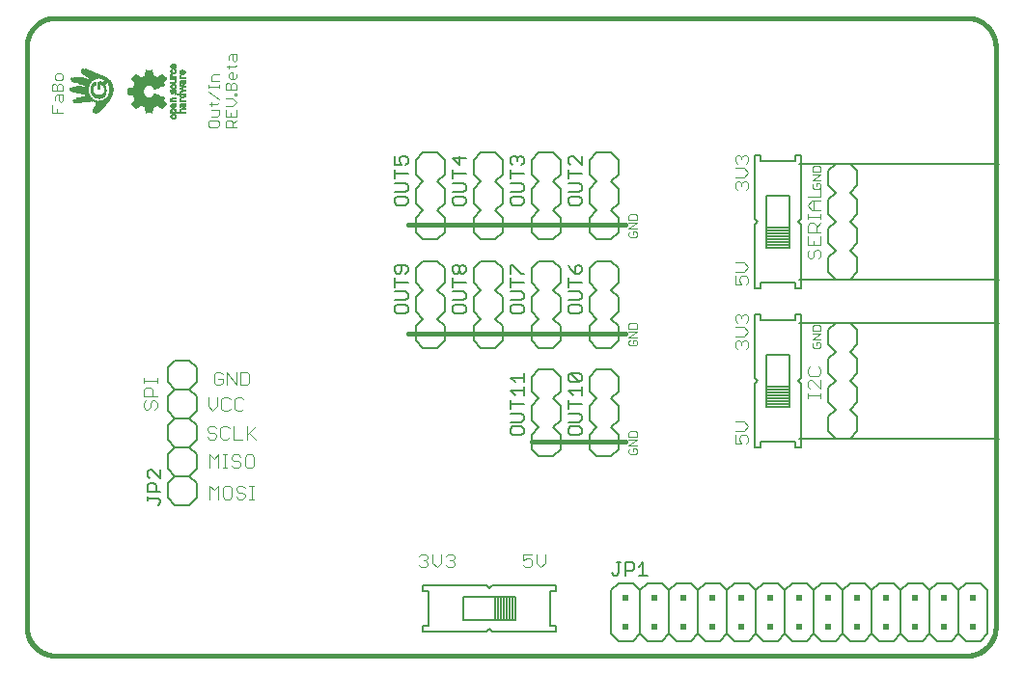
<source format=gto>
G75*
%MOIN*%
%OFA0B0*%
%FSLAX25Y25*%
%IPPOS*%
%LPD*%
%AMOC8*
5,1,8,0,0,1.08239X$1,22.5*
%
%ADD10C,0.01600*%
%ADD11C,0.00300*%
%ADD12C,0.00400*%
%ADD13C,0.00500*%
%ADD14C,0.00800*%
%ADD15C,0.00600*%
%ADD16R,0.02000X0.02000*%
%ADD17R,0.00035X0.00770*%
%ADD18R,0.00035X0.01400*%
%ADD19R,0.00035X0.01855*%
%ADD20R,0.00035X0.02170*%
%ADD21R,0.00035X0.02485*%
%ADD22R,0.00035X0.02765*%
%ADD23R,0.00035X0.02975*%
%ADD24R,0.00035X0.03220*%
%ADD25R,0.00035X0.03395*%
%ADD26R,0.00035X0.03605*%
%ADD27R,0.00035X0.03780*%
%ADD28R,0.00035X0.03955*%
%ADD29R,0.00035X0.04130*%
%ADD30R,0.00035X0.04270*%
%ADD31R,0.00035X0.04375*%
%ADD32R,0.00035X0.04550*%
%ADD33R,0.00035X0.04690*%
%ADD34R,0.00035X0.04865*%
%ADD35R,0.00035X0.04970*%
%ADD36R,0.00035X0.05110*%
%ADD37R,0.00035X0.05215*%
%ADD38R,0.00035X0.05355*%
%ADD39R,0.00035X0.05460*%
%ADD40R,0.00035X0.05600*%
%ADD41R,0.00035X0.05705*%
%ADD42R,0.00035X0.05810*%
%ADD43R,0.00035X0.05915*%
%ADD44R,0.00035X0.06055*%
%ADD45R,0.00035X0.06160*%
%ADD46R,0.00035X0.06265*%
%ADD47R,0.00035X0.06335*%
%ADD48R,0.00035X0.06440*%
%ADD49R,0.00035X0.06545*%
%ADD50R,0.00035X0.03080*%
%ADD51R,0.00035X0.02660*%
%ADD52R,0.00035X0.02870*%
%ADD53R,0.00035X0.02415*%
%ADD54R,0.00035X0.02730*%
%ADD55R,0.00035X0.02310*%
%ADD56R,0.00035X0.02695*%
%ADD57R,0.00035X0.02170*%
%ADD58R,0.00035X0.02590*%
%ADD59R,0.00035X0.02100*%
%ADD60R,0.00035X0.02520*%
%ADD61R,0.00035X0.02030*%
%ADD62R,0.00035X0.02450*%
%ADD63R,0.00035X0.01960*%
%ADD64R,0.00035X0.01890*%
%ADD65R,0.00035X0.02380*%
%ADD66R,0.00035X0.01785*%
%ADD67R,0.00035X0.01750*%
%ADD68R,0.00035X0.01715*%
%ADD69R,0.00035X0.02275*%
%ADD70R,0.00035X0.01645*%
%ADD71R,0.00035X0.02240*%
%ADD72R,0.00035X0.01610*%
%ADD73R,0.00035X0.02240*%
%ADD74R,0.00035X0.01575*%
%ADD75R,0.00035X0.01540*%
%ADD76R,0.00035X0.02205*%
%ADD77R,0.00035X0.01505*%
%ADD78R,0.00035X0.01470*%
%ADD79R,0.00035X0.01435*%
%ADD80R,0.00035X0.01365*%
%ADD81R,0.00035X0.01330*%
%ADD82R,0.00035X0.01295*%
%ADD83R,0.00035X0.01295*%
%ADD84R,0.00035X0.01260*%
%ADD85R,0.00035X0.01190*%
%ADD86R,0.00035X0.01225*%
%ADD87R,0.00035X0.00385*%
%ADD88R,0.00035X0.00980*%
%ADD89R,0.00035X0.01155*%
%ADD90R,0.00035X0.01645*%
%ADD91R,0.00035X0.01015*%
%ADD92R,0.00035X0.01050*%
%ADD93R,0.00035X0.02345*%
%ADD94R,0.00035X0.01085*%
%ADD95R,0.00035X0.02905*%
%ADD96R,0.00035X0.03045*%
%ADD97R,0.00035X0.01120*%
%ADD98R,0.00035X0.02345*%
%ADD99R,0.00035X0.03255*%
%ADD100R,0.00035X0.01120*%
%ADD101R,0.00035X0.03500*%
%ADD102R,0.00035X0.02415*%
%ADD103R,0.00035X0.03640*%
%ADD104R,0.00035X0.04900*%
%ADD105R,0.00035X0.04935*%
%ADD106R,0.00035X0.05005*%
%ADD107R,0.00035X0.01680*%
%ADD108R,0.00035X0.02065*%
%ADD109R,0.00035X0.02555*%
%ADD110R,0.00035X0.02590*%
%ADD111R,0.00035X0.02625*%
%ADD112R,0.00035X0.02695*%
%ADD113R,0.00035X0.01470*%
%ADD114R,0.00035X0.02765*%
%ADD115R,0.00035X0.02800*%
%ADD116R,0.00035X0.02835*%
%ADD117R,0.00035X0.01365*%
%ADD118R,0.00035X0.02940*%
%ADD119R,0.00035X0.03010*%
%ADD120R,0.00035X0.03045*%
%ADD121R,0.00035X0.03115*%
%ADD122R,0.00035X0.03150*%
%ADD123R,0.00035X0.03185*%
%ADD124R,0.00035X0.03220*%
%ADD125R,0.00035X0.01190*%
%ADD126R,0.00035X0.03290*%
%ADD127R,0.00035X0.03325*%
%ADD128R,0.00035X0.03360*%
%ADD129R,0.00035X0.03430*%
%ADD130R,0.00035X0.03465*%
%ADD131R,0.00035X0.03535*%
%ADD132R,0.00035X0.03570*%
%ADD133R,0.00035X0.03675*%
%ADD134R,0.00035X0.03710*%
%ADD135R,0.00035X0.03745*%
%ADD136R,0.00035X0.03815*%
%ADD137R,0.00035X0.03850*%
%ADD138R,0.00035X0.03885*%
%ADD139R,0.00035X0.03920*%
%ADD140R,0.00035X0.03990*%
%ADD141R,0.00035X0.04025*%
%ADD142R,0.00035X0.02870*%
%ADD143R,0.00035X0.04095*%
%ADD144R,0.00035X0.04165*%
%ADD145R,0.00035X0.04200*%
%ADD146R,0.00035X0.04235*%
%ADD147R,0.00035X0.04270*%
%ADD148R,0.00035X0.01820*%
%ADD149R,0.00035X0.04305*%
%ADD150R,0.00035X0.04340*%
%ADD151R,0.00035X0.01925*%
%ADD152R,0.00035X0.04410*%
%ADD153R,0.00035X0.00945*%
%ADD154R,0.00035X0.00875*%
%ADD155R,0.00035X0.00840*%
%ADD156R,0.00035X0.02135*%
%ADD157R,0.00035X0.00805*%
%ADD158R,0.00035X0.00735*%
%ADD159R,0.00035X0.01995*%
%ADD160R,0.00035X0.02520*%
%ADD161R,0.00035X0.01540*%
%ADD162R,0.00035X0.00770*%
%ADD163R,0.00035X0.00665*%
%ADD164R,0.00035X0.00420*%
%ADD165R,0.00035X0.00910*%
%ADD166R,0.00035X0.04060*%
%ADD167R,0.00035X0.01015*%
%ADD168R,0.00035X0.03115*%
%ADD169R,0.00035X0.03395*%
%ADD170R,0.00035X0.03745*%
%ADD171R,0.00035X0.04340*%
%ADD172R,0.00035X0.04480*%
%ADD173R,0.00035X0.02065*%
%ADD174R,0.00035X0.04515*%
%ADD175R,0.00035X0.04585*%
%ADD176R,0.00035X0.04760*%
%ADD177R,0.00035X0.04830*%
%ADD178R,0.00035X0.07805*%
%ADD179R,0.00035X0.07840*%
%ADD180R,0.00035X0.07875*%
%ADD181R,0.00035X0.07910*%
%ADD182R,0.00035X0.07945*%
%ADD183R,0.00035X0.07980*%
%ADD184R,0.00035X0.08015*%
%ADD185R,0.00035X0.08050*%
%ADD186R,0.00035X0.05635*%
%ADD187R,0.00035X0.01995*%
%ADD188R,0.00035X0.01890*%
%ADD189R,0.00035X0.01715*%
%ADD190R,0.00035X0.00945*%
%ADD191R,0.00035X0.00560*%
%ADD192R,0.00035X0.01820*%
%ADD193R,0.00035X0.00700*%
%ADD194R,0.00035X0.00630*%
%ADD195R,0.00035X0.00525*%
%ADD196R,0.00035X0.00175*%
%ADD197R,0.00035X0.00595*%
%ADD198R,0.00035X0.00490*%
%ADD199R,0.00035X0.00210*%
%ADD200R,0.00035X0.00490*%
%ADD201R,0.00035X0.00315*%
%ADD202R,0.00040X0.00520*%
%ADD203R,0.00040X0.00520*%
%ADD204R,0.00040X0.00760*%
%ADD205R,0.00040X0.00640*%
%ADD206R,0.00040X0.00440*%
%ADD207R,0.00040X0.00480*%
%ADD208R,0.00040X0.00520*%
%ADD209R,0.00040X0.00520*%
%ADD210R,0.00040X0.01400*%
%ADD211R,0.00040X0.00800*%
%ADD212R,0.00040X0.00480*%
%ADD213R,0.00040X0.00960*%
%ADD214R,0.00040X0.01440*%
%ADD215R,0.00040X0.01080*%
%ADD216R,0.00040X0.01520*%
%ADD217R,0.00040X0.01440*%
%ADD218R,0.00040X0.00560*%
%ADD219R,0.00040X0.01480*%
%ADD220R,0.00040X0.01200*%
%ADD221R,0.00040X0.01560*%
%ADD222R,0.00040X0.01320*%
%ADD223R,0.00040X0.01560*%
%ADD224R,0.00040X0.01520*%
%ADD225R,0.00040X0.00600*%
%ADD226R,0.00040X0.00560*%
%ADD227R,0.00040X0.01400*%
%ADD228R,0.00040X0.01600*%
%ADD229R,0.00040X0.00600*%
%ADD230R,0.00040X0.00640*%
%ADD231R,0.00040X0.01640*%
%ADD232R,0.00040X0.00680*%
%ADD233R,0.00040X0.01680*%
%ADD234R,0.00040X0.01680*%
%ADD235R,0.00040X0.01640*%
%ADD236R,0.00040X0.00720*%
%ADD237R,0.00040X0.01480*%
%ADD238R,0.00040X0.00760*%
%ADD239R,0.00040X0.00720*%
%ADD240R,0.00040X0.00640*%
%ADD241R,0.00040X0.00360*%
%ADD242R,0.00040X0.00240*%
%ADD243R,0.00040X0.00160*%
%ADD244R,0.00040X0.00840*%
%ADD245R,0.00040X0.00080*%
%ADD246R,0.00040X0.00880*%
%ADD247R,0.00040X0.00920*%
%ADD248R,0.00040X0.00960*%
%ADD249R,0.00040X0.01640*%
%ADD250R,0.00040X0.01760*%
%ADD251R,0.00040X0.00440*%
%ADD252R,0.00040X0.01000*%
%ADD253R,0.00040X0.01760*%
%ADD254R,0.00040X0.00440*%
%ADD255R,0.00040X0.01320*%
%ADD256R,0.00040X0.01200*%
%ADD257R,0.00040X0.00920*%
%ADD258R,0.00040X0.00840*%
%ADD259R,0.00040X0.00800*%
%ADD260R,0.00040X0.00080*%
%ADD261R,0.00040X0.00120*%
%ADD262R,0.00040X0.00240*%
%ADD263R,0.00040X0.00720*%
%ADD264R,0.00040X0.00200*%
%ADD265R,0.00040X0.00400*%
%ADD266R,0.00040X0.01240*%
%ADD267R,0.00040X0.01640*%
%ADD268R,0.00040X0.01440*%
%ADD269R,0.00040X0.01280*%
%ADD270R,0.00040X0.01520*%
%ADD271R,0.00040X0.01280*%
%ADD272R,0.00040X0.01520*%
%ADD273R,0.00040X0.01360*%
%ADD274R,0.00040X0.01440*%
%ADD275R,0.00040X0.01240*%
%ADD276R,0.00040X0.01120*%
%ADD277R,0.00040X0.01240*%
%ADD278R,0.00040X0.01040*%
%ADD279R,0.00040X0.00840*%
%ADD280R,0.00040X0.00440*%
%ADD281R,0.00040X0.00400*%
%ADD282R,0.00040X0.00320*%
%ADD283R,0.00040X0.00920*%
%ADD284R,0.00040X0.01040*%
%ADD285R,0.00040X0.01000*%
%ADD286R,0.00040X0.01080*%
%ADD287R,0.00040X0.01160*%
%ADD288R,0.00040X0.01040*%
%ADD289R,0.00040X0.01160*%
%ADD290R,0.00040X0.01600*%
%ADD291R,0.00040X0.01720*%
%ADD292R,0.00040X0.01720*%
%ADD293R,0.00040X0.00640*%
%ADD294R,0.00040X0.00680*%
%ADD295R,0.00040X0.00360*%
%ADD296R,0.00040X0.00280*%
%ADD297R,0.00040X0.00120*%
%ADD298R,0.00040X0.00040*%
%ADD299R,0.00040X0.00040*%
%ADD300R,0.00040X0.01320*%
%ADD301R,0.00040X0.00280*%
%ADD302R,0.00040X0.00320*%
%ADD303R,0.00040X0.01320*%
%ADD304R,0.00040X0.01120*%
%ADD305R,0.00040X0.01120*%
%ADD306R,0.00040X0.01800*%
%ADD307R,0.00040X0.01920*%
%ADD308R,0.00040X0.01920*%
%ADD309R,0.00040X0.02000*%
%ADD310R,0.00040X0.02120*%
%ADD311R,0.00040X0.02200*%
%ADD312R,0.00040X0.02320*%
%ADD313R,0.00040X0.02400*%
%ADD314R,0.00040X0.02520*%
%ADD315R,0.00040X0.02600*%
%ADD316R,0.00040X0.00880*%
%ADD317R,0.00040X0.03680*%
%ADD318R,0.00040X0.03720*%
%ADD319R,0.00040X0.03800*%
%ADD320R,0.00040X0.03840*%
%ADD321R,0.00040X0.03840*%
%ADD322R,0.00040X0.03920*%
%ADD323R,0.00040X0.03960*%
%ADD324R,0.00040X0.04000*%
%ADD325R,0.00040X0.04080*%
%ADD326R,0.00040X0.04120*%
%ADD327R,0.00040X0.04160*%
%ADD328R,0.00040X0.04200*%
%ADD329R,0.00040X0.04200*%
%ADD330R,0.00040X0.04160*%
%ADD331R,0.00040X0.04120*%
%ADD332R,0.00040X0.04080*%
%ADD333R,0.00040X0.04040*%
%ADD334R,0.00040X0.04040*%
%ADD335R,0.00040X0.04040*%
%ADD336R,0.00040X0.04040*%
%ADD337R,0.00040X0.03960*%
%ADD338R,0.00040X0.03920*%
%ADD339R,0.00040X0.03920*%
%ADD340R,0.00040X0.03880*%
%ADD341R,0.00040X0.03920*%
%ADD342R,0.00040X0.03880*%
%ADD343R,0.00040X0.03800*%
%ADD344R,0.00040X0.04240*%
%ADD345R,0.00040X0.04240*%
%ADD346R,0.00040X0.04280*%
%ADD347R,0.00040X0.04360*%
%ADD348R,0.00040X0.04400*%
%ADD349R,0.00040X0.04440*%
%ADD350R,0.00040X0.04520*%
%ADD351R,0.00040X0.04520*%
%ADD352R,0.00040X0.04520*%
%ADD353R,0.00040X0.04520*%
%ADD354R,0.00040X0.04480*%
%ADD355R,0.00040X0.04440*%
%ADD356R,0.00040X0.04400*%
%ADD357R,0.00040X0.04360*%
%ADD358R,0.00040X0.04320*%
%ADD359R,0.00040X0.04240*%
%ADD360R,0.00040X0.04320*%
%ADD361R,0.00040X0.04320*%
%ADD362R,0.00040X0.04560*%
%ADD363R,0.00040X0.04720*%
%ADD364R,0.00040X0.04920*%
%ADD365R,0.00040X0.04920*%
%ADD366R,0.00040X0.05080*%
%ADD367R,0.00040X0.05240*%
%ADD368R,0.00040X0.05240*%
%ADD369R,0.00040X0.05480*%
%ADD370R,0.00040X0.05640*%
%ADD371R,0.00040X0.05640*%
%ADD372R,0.00040X0.05680*%
%ADD373R,0.00040X0.05640*%
%ADD374R,0.00040X0.05600*%
%ADD375R,0.00040X0.05600*%
%ADD376R,0.00040X0.05560*%
%ADD377R,0.00040X0.05520*%
%ADD378R,0.00040X0.05520*%
%ADD379R,0.00040X0.05480*%
%ADD380R,0.00040X0.05440*%
%ADD381R,0.00040X0.05440*%
%ADD382R,0.00040X0.05560*%
%ADD383R,0.00040X0.05680*%
%ADD384R,0.00040X0.05440*%
%ADD385R,0.00040X0.05280*%
%ADD386R,0.00040X0.04920*%
%ADD387R,0.00040X0.04600*%
%ADD388R,0.00040X0.04840*%
%ADD389R,0.00040X0.10440*%
%ADD390R,0.00040X0.10360*%
%ADD391R,0.00040X0.10360*%
%ADD392R,0.00040X0.10280*%
%ADD393R,0.00040X0.10200*%
%ADD394R,0.00040X0.10200*%
%ADD395R,0.00040X0.10120*%
%ADD396R,0.00040X0.10040*%
%ADD397R,0.00040X0.10040*%
%ADD398R,0.00040X0.09960*%
%ADD399R,0.00040X0.09880*%
%ADD400R,0.00040X0.09880*%
%ADD401R,0.00040X0.09800*%
%ADD402R,0.00040X0.09720*%
%ADD403R,0.00040X0.09720*%
%ADD404R,0.00040X0.10280*%
%ADD405R,0.00040X0.10520*%
%ADD406R,0.00040X0.10520*%
%ADD407R,0.00040X0.10600*%
%ADD408R,0.00040X0.10680*%
%ADD409R,0.00040X0.10760*%
%ADD410R,0.00040X0.10840*%
%ADD411R,0.00040X0.10920*%
%ADD412R,0.00040X0.11000*%
%ADD413R,0.00040X0.11080*%
%ADD414R,0.00040X0.11080*%
%ADD415R,0.00040X0.11160*%
%ADD416R,0.00040X0.11240*%
%ADD417R,0.00040X0.11320*%
%ADD418R,0.00040X0.11400*%
%ADD419R,0.00040X0.11400*%
%ADD420R,0.00040X0.11480*%
%ADD421R,0.00040X0.11560*%
%ADD422R,0.00040X0.11640*%
%ADD423R,0.00040X0.11640*%
%ADD424R,0.00040X0.11720*%
%ADD425R,0.00040X0.11800*%
%ADD426R,0.00040X0.11880*%
%ADD427R,0.00040X0.11880*%
%ADD428R,0.00040X0.11960*%
%ADD429R,0.00040X0.11720*%
%ADD430R,0.00040X0.11320*%
%ADD431R,0.00040X0.02760*%
%ADD432R,0.00040X0.05400*%
%ADD433R,0.00040X0.02640*%
%ADD434R,0.00040X0.05160*%
%ADD435R,0.00040X0.02560*%
%ADD436R,0.00040X0.05000*%
%ADD437R,0.00040X0.02440*%
%ADD438R,0.00040X0.04760*%
%ADD439R,0.00040X0.02440*%
%ADD440R,0.00040X0.02360*%
%ADD441R,0.00040X0.04600*%
%ADD442R,0.00040X0.02280*%
%ADD443R,0.00040X0.02240*%
%ADD444R,0.00040X0.02160*%
%ADD445R,0.00040X0.02080*%
%ADD446R,0.00040X0.01960*%
%ADD447R,0.00040X0.01880*%
%ADD448R,0.00040X0.03640*%
%ADD449R,0.00040X0.03400*%
%ADD450R,0.00040X0.03240*%
%ADD451R,0.00040X0.03000*%
%ADD452R,0.00040X0.02920*%
%ADD453R,0.00040X0.01360*%
%ADD454R,0.00040X0.02840*%
%ADD455R,0.00040X0.02840*%
%ADD456R,0.00040X0.02760*%
%ADD457R,0.00040X0.02680*%
%ADD458R,0.00040X0.02680*%
%ADD459R,0.00040X0.02600*%
%ADD460R,0.00040X0.02520*%
%ADD461R,0.00040X0.02520*%
%ADD462R,0.00040X0.02440*%
%ADD463R,0.00040X0.02360*%
%ADD464R,0.00040X0.02280*%
%ADD465R,0.00040X0.02200*%
%ADD466R,0.00040X0.02120*%
D10*
X0016500Y0004000D02*
X0331146Y0004000D01*
X0331388Y0004003D01*
X0331629Y0004012D01*
X0331870Y0004026D01*
X0332111Y0004047D01*
X0332351Y0004073D01*
X0332591Y0004105D01*
X0332830Y0004143D01*
X0333067Y0004186D01*
X0333304Y0004236D01*
X0333539Y0004291D01*
X0333773Y0004351D01*
X0334005Y0004418D01*
X0334236Y0004489D01*
X0334465Y0004567D01*
X0334692Y0004650D01*
X0334917Y0004738D01*
X0335140Y0004832D01*
X0335360Y0004931D01*
X0335578Y0005036D01*
X0335793Y0005145D01*
X0336006Y0005260D01*
X0336216Y0005380D01*
X0336422Y0005505D01*
X0336626Y0005635D01*
X0336827Y0005770D01*
X0337024Y0005910D01*
X0337218Y0006054D01*
X0337408Y0006203D01*
X0337594Y0006357D01*
X0337777Y0006515D01*
X0337956Y0006677D01*
X0338131Y0006844D01*
X0338302Y0007015D01*
X0338469Y0007190D01*
X0338631Y0007369D01*
X0338789Y0007552D01*
X0338943Y0007738D01*
X0339092Y0007928D01*
X0339236Y0008122D01*
X0339376Y0008319D01*
X0339511Y0008520D01*
X0339641Y0008724D01*
X0339766Y0008930D01*
X0339886Y0009140D01*
X0340001Y0009353D01*
X0340110Y0009568D01*
X0340215Y0009786D01*
X0340314Y0010006D01*
X0340408Y0010229D01*
X0340496Y0010454D01*
X0340579Y0010681D01*
X0340657Y0010910D01*
X0340728Y0011141D01*
X0340795Y0011373D01*
X0340855Y0011607D01*
X0340910Y0011842D01*
X0340960Y0012079D01*
X0341003Y0012316D01*
X0341041Y0012555D01*
X0341073Y0012795D01*
X0341099Y0013035D01*
X0341120Y0013276D01*
X0341134Y0013517D01*
X0341143Y0013758D01*
X0341146Y0014000D01*
X0341146Y0214472D01*
X0341143Y0214714D01*
X0341134Y0214955D01*
X0341120Y0215196D01*
X0341099Y0215437D01*
X0341073Y0215677D01*
X0341041Y0215917D01*
X0341003Y0216156D01*
X0340960Y0216393D01*
X0340910Y0216630D01*
X0340855Y0216865D01*
X0340795Y0217099D01*
X0340728Y0217331D01*
X0340657Y0217562D01*
X0340579Y0217791D01*
X0340496Y0218018D01*
X0340408Y0218243D01*
X0340314Y0218466D01*
X0340215Y0218686D01*
X0340110Y0218904D01*
X0340001Y0219119D01*
X0339886Y0219332D01*
X0339766Y0219542D01*
X0339641Y0219748D01*
X0339511Y0219952D01*
X0339376Y0220153D01*
X0339236Y0220350D01*
X0339092Y0220544D01*
X0338943Y0220734D01*
X0338789Y0220920D01*
X0338631Y0221103D01*
X0338469Y0221282D01*
X0338302Y0221457D01*
X0338131Y0221628D01*
X0337956Y0221795D01*
X0337777Y0221957D01*
X0337594Y0222115D01*
X0337408Y0222269D01*
X0337218Y0222418D01*
X0337024Y0222562D01*
X0336827Y0222702D01*
X0336626Y0222837D01*
X0336422Y0222967D01*
X0336216Y0223092D01*
X0336006Y0223212D01*
X0335793Y0223327D01*
X0335578Y0223436D01*
X0335360Y0223541D01*
X0335140Y0223640D01*
X0334917Y0223734D01*
X0334692Y0223822D01*
X0334465Y0223905D01*
X0334236Y0223983D01*
X0334005Y0224054D01*
X0333773Y0224121D01*
X0333539Y0224181D01*
X0333304Y0224236D01*
X0333067Y0224286D01*
X0332830Y0224329D01*
X0332591Y0224367D01*
X0332351Y0224399D01*
X0332111Y0224425D01*
X0331870Y0224446D01*
X0331629Y0224460D01*
X0331388Y0224469D01*
X0331146Y0224472D01*
X0016500Y0224472D01*
X0016258Y0224469D01*
X0016017Y0224460D01*
X0015776Y0224446D01*
X0015535Y0224425D01*
X0015295Y0224399D01*
X0015055Y0224367D01*
X0014816Y0224329D01*
X0014579Y0224286D01*
X0014342Y0224236D01*
X0014107Y0224181D01*
X0013873Y0224121D01*
X0013641Y0224054D01*
X0013410Y0223983D01*
X0013181Y0223905D01*
X0012954Y0223822D01*
X0012729Y0223734D01*
X0012506Y0223640D01*
X0012286Y0223541D01*
X0012068Y0223436D01*
X0011853Y0223327D01*
X0011640Y0223212D01*
X0011430Y0223092D01*
X0011224Y0222967D01*
X0011020Y0222837D01*
X0010819Y0222702D01*
X0010622Y0222562D01*
X0010428Y0222418D01*
X0010238Y0222269D01*
X0010052Y0222115D01*
X0009869Y0221957D01*
X0009690Y0221795D01*
X0009515Y0221628D01*
X0009344Y0221457D01*
X0009177Y0221282D01*
X0009015Y0221103D01*
X0008857Y0220920D01*
X0008703Y0220734D01*
X0008554Y0220544D01*
X0008410Y0220350D01*
X0008270Y0220153D01*
X0008135Y0219952D01*
X0008005Y0219748D01*
X0007880Y0219542D01*
X0007760Y0219332D01*
X0007645Y0219119D01*
X0007536Y0218904D01*
X0007431Y0218686D01*
X0007332Y0218466D01*
X0007238Y0218243D01*
X0007150Y0218018D01*
X0007067Y0217791D01*
X0006989Y0217562D01*
X0006918Y0217331D01*
X0006851Y0217099D01*
X0006791Y0216865D01*
X0006736Y0216630D01*
X0006686Y0216393D01*
X0006643Y0216156D01*
X0006605Y0215917D01*
X0006573Y0215677D01*
X0006547Y0215437D01*
X0006526Y0215196D01*
X0006512Y0214955D01*
X0006503Y0214714D01*
X0006500Y0214472D01*
X0006500Y0014000D01*
X0006503Y0013758D01*
X0006512Y0013517D01*
X0006526Y0013276D01*
X0006547Y0013035D01*
X0006573Y0012795D01*
X0006605Y0012555D01*
X0006643Y0012316D01*
X0006686Y0012079D01*
X0006736Y0011842D01*
X0006791Y0011607D01*
X0006851Y0011373D01*
X0006918Y0011141D01*
X0006989Y0010910D01*
X0007067Y0010681D01*
X0007150Y0010454D01*
X0007238Y0010229D01*
X0007332Y0010006D01*
X0007431Y0009786D01*
X0007536Y0009568D01*
X0007645Y0009353D01*
X0007760Y0009140D01*
X0007880Y0008930D01*
X0008005Y0008724D01*
X0008135Y0008520D01*
X0008270Y0008319D01*
X0008410Y0008122D01*
X0008554Y0007928D01*
X0008703Y0007738D01*
X0008857Y0007552D01*
X0009015Y0007369D01*
X0009177Y0007190D01*
X0009344Y0007015D01*
X0009515Y0006844D01*
X0009690Y0006677D01*
X0009869Y0006515D01*
X0010052Y0006357D01*
X0010238Y0006203D01*
X0010428Y0006054D01*
X0010622Y0005910D01*
X0010819Y0005770D01*
X0011020Y0005635D01*
X0011224Y0005505D01*
X0011430Y0005380D01*
X0011640Y0005260D01*
X0011853Y0005145D01*
X0012068Y0005036D01*
X0012286Y0004931D01*
X0012506Y0004832D01*
X0012729Y0004738D01*
X0012954Y0004650D01*
X0013181Y0004567D01*
X0013410Y0004489D01*
X0013641Y0004418D01*
X0013873Y0004351D01*
X0014107Y0004291D01*
X0014342Y0004236D01*
X0014579Y0004186D01*
X0014816Y0004143D01*
X0015055Y0004105D01*
X0015295Y0004073D01*
X0015535Y0004047D01*
X0015776Y0004026D01*
X0016017Y0004012D01*
X0016258Y0004003D01*
X0016500Y0004000D01*
X0180870Y0077937D02*
X0213370Y0077937D01*
X0213370Y0115437D02*
X0138370Y0115437D01*
X0138370Y0152937D02*
X0213370Y0152937D01*
D11*
X0214418Y0153549D02*
X0217320Y0153549D01*
X0214418Y0151614D01*
X0217320Y0151614D01*
X0216836Y0150602D02*
X0215869Y0150602D01*
X0215869Y0149635D01*
X0216836Y0150602D02*
X0217320Y0150118D01*
X0217320Y0149151D01*
X0216836Y0148667D01*
X0214901Y0148667D01*
X0214418Y0149151D01*
X0214418Y0150118D01*
X0214901Y0150602D01*
X0214418Y0154560D02*
X0214418Y0156011D01*
X0214901Y0156495D01*
X0216836Y0156495D01*
X0217320Y0156011D01*
X0217320Y0154560D01*
X0214418Y0154560D01*
X0214901Y0118995D02*
X0214418Y0118511D01*
X0214418Y0117060D01*
X0217320Y0117060D01*
X0217320Y0118511D01*
X0216836Y0118995D01*
X0214901Y0118995D01*
X0214418Y0116049D02*
X0217320Y0116049D01*
X0214418Y0114114D01*
X0217320Y0114114D01*
X0216836Y0113102D02*
X0215869Y0113102D01*
X0215869Y0112135D01*
X0216836Y0113102D02*
X0217320Y0112618D01*
X0217320Y0111651D01*
X0216836Y0111167D01*
X0214901Y0111167D01*
X0214418Y0111651D01*
X0214418Y0112618D01*
X0214901Y0113102D01*
X0214901Y0081495D02*
X0214418Y0081011D01*
X0214418Y0079560D01*
X0217320Y0079560D01*
X0217320Y0081011D01*
X0216836Y0081495D01*
X0214901Y0081495D01*
X0214418Y0078549D02*
X0217320Y0078549D01*
X0214418Y0076614D01*
X0217320Y0076614D01*
X0216836Y0075602D02*
X0215869Y0075602D01*
X0215869Y0074635D01*
X0216836Y0075602D02*
X0217320Y0075118D01*
X0217320Y0074151D01*
X0216836Y0073667D01*
X0214901Y0073667D01*
X0214418Y0074151D01*
X0214418Y0075118D01*
X0214901Y0075602D01*
X0277877Y0110943D02*
X0278360Y0110459D01*
X0280295Y0110459D01*
X0280779Y0110943D01*
X0280779Y0111910D01*
X0280295Y0112394D01*
X0279328Y0112394D01*
X0279328Y0111427D01*
X0278360Y0112394D02*
X0277877Y0111910D01*
X0277877Y0110943D01*
X0277877Y0113406D02*
X0280779Y0115341D01*
X0277877Y0115341D01*
X0277877Y0116352D02*
X0277877Y0117803D01*
X0278360Y0118287D01*
X0280295Y0118287D01*
X0280779Y0117803D01*
X0280779Y0116352D01*
X0277877Y0116352D01*
X0277877Y0113406D02*
X0280779Y0113406D01*
X0280295Y0165459D02*
X0278360Y0165459D01*
X0277877Y0165943D01*
X0277877Y0166910D01*
X0278360Y0167394D01*
X0279328Y0167394D02*
X0279328Y0166427D01*
X0279328Y0167394D02*
X0280295Y0167394D01*
X0280779Y0166910D01*
X0280779Y0165943D01*
X0280295Y0165459D01*
X0280779Y0168406D02*
X0277877Y0168406D01*
X0280779Y0170341D01*
X0277877Y0170341D01*
X0277877Y0171352D02*
X0277877Y0172803D01*
X0278360Y0173287D01*
X0280295Y0173287D01*
X0280779Y0172803D01*
X0280779Y0171352D01*
X0277877Y0171352D01*
X0078850Y0186650D02*
X0075147Y0186650D01*
X0075147Y0188502D01*
X0075764Y0189119D01*
X0076998Y0189119D01*
X0077616Y0188502D01*
X0077616Y0186650D01*
X0077616Y0187884D02*
X0078850Y0189119D01*
X0078850Y0190333D02*
X0078850Y0192802D01*
X0077616Y0194016D02*
X0075147Y0194016D01*
X0075147Y0192802D02*
X0075147Y0190333D01*
X0078850Y0190333D01*
X0076998Y0190333D02*
X0076998Y0191568D01*
X0077616Y0194016D02*
X0078850Y0195251D01*
X0077616Y0196485D01*
X0075147Y0196485D01*
X0072850Y0196472D02*
X0069147Y0198940D01*
X0069147Y0200155D02*
X0069147Y0201389D01*
X0069147Y0200772D02*
X0072850Y0200772D01*
X0072850Y0200155D02*
X0072850Y0201389D01*
X0072850Y0202610D02*
X0070381Y0202610D01*
X0070381Y0204462D01*
X0070998Y0205079D01*
X0072850Y0205079D01*
X0076381Y0205076D02*
X0076998Y0205693D01*
X0077616Y0205693D01*
X0077616Y0203224D01*
X0078233Y0203224D02*
X0076998Y0203224D01*
X0076381Y0203841D01*
X0076381Y0205076D01*
X0076381Y0206907D02*
X0076381Y0208142D01*
X0075764Y0207524D02*
X0078233Y0207524D01*
X0078850Y0208142D01*
X0078233Y0209363D02*
X0077616Y0209980D01*
X0077616Y0211831D01*
X0076998Y0211831D02*
X0078850Y0211831D01*
X0078850Y0209980D01*
X0078233Y0209363D01*
X0076381Y0209980D02*
X0076381Y0211214D01*
X0076998Y0211831D01*
X0078850Y0205076D02*
X0078850Y0203841D01*
X0078233Y0203224D01*
X0078233Y0202010D02*
X0078850Y0201393D01*
X0078850Y0199541D01*
X0075147Y0199541D01*
X0075147Y0201393D01*
X0075764Y0202010D01*
X0076381Y0202010D01*
X0076998Y0201393D01*
X0076998Y0199541D01*
X0078233Y0198317D02*
X0078850Y0198317D01*
X0078850Y0197699D01*
X0078233Y0197699D01*
X0078233Y0198317D01*
X0076998Y0201393D02*
X0077616Y0202010D01*
X0078233Y0202010D01*
X0072850Y0195251D02*
X0072233Y0194633D01*
X0069764Y0194633D01*
X0070381Y0194016D02*
X0070381Y0195251D01*
X0070381Y0192802D02*
X0072850Y0192802D01*
X0072850Y0190950D01*
X0072233Y0190333D01*
X0070381Y0190333D01*
X0069764Y0189119D02*
X0069147Y0188502D01*
X0069147Y0187267D01*
X0069764Y0186650D01*
X0072233Y0186650D01*
X0072850Y0187267D01*
X0072850Y0188502D01*
X0072233Y0189119D01*
X0069764Y0189119D01*
X0018850Y0191784D02*
X0015147Y0191784D01*
X0015147Y0194252D01*
X0016381Y0196084D02*
X0016381Y0197318D01*
X0016998Y0197936D01*
X0018850Y0197936D01*
X0018850Y0196084D01*
X0018233Y0195467D01*
X0017616Y0196084D01*
X0017616Y0197936D01*
X0016998Y0199150D02*
X0016998Y0201002D01*
X0017616Y0201619D01*
X0018233Y0201619D01*
X0018850Y0201002D01*
X0018850Y0199150D01*
X0015147Y0199150D01*
X0015147Y0201002D01*
X0015764Y0201619D01*
X0016381Y0201619D01*
X0016998Y0201002D01*
X0016998Y0202833D02*
X0018233Y0202833D01*
X0018850Y0203450D01*
X0018850Y0204685D01*
X0018233Y0205302D01*
X0016998Y0205302D01*
X0016381Y0204685D01*
X0016381Y0203450D01*
X0016998Y0202833D01*
X0016998Y0193018D02*
X0016998Y0191784D01*
D12*
X0071880Y0102111D02*
X0071113Y0101344D01*
X0071113Y0098274D01*
X0071880Y0097507D01*
X0073415Y0097507D01*
X0074182Y0098274D01*
X0074182Y0099809D01*
X0072648Y0099809D01*
X0074182Y0101344D02*
X0073415Y0102111D01*
X0071880Y0102111D01*
X0075717Y0102111D02*
X0078786Y0097507D01*
X0078786Y0102111D01*
X0080321Y0102111D02*
X0082623Y0102111D01*
X0083390Y0101344D01*
X0083390Y0098274D01*
X0082623Y0097507D01*
X0080321Y0097507D01*
X0080321Y0102111D01*
X0075717Y0102111D02*
X0075717Y0097507D01*
X0076050Y0093253D02*
X0074516Y0093253D01*
X0073748Y0092485D01*
X0073748Y0089416D01*
X0074516Y0088649D01*
X0076050Y0088649D01*
X0076818Y0089416D01*
X0078352Y0089416D02*
X0079120Y0088649D01*
X0080654Y0088649D01*
X0081422Y0089416D01*
X0078352Y0089416D02*
X0078352Y0092485D01*
X0079120Y0093253D01*
X0080654Y0093253D01*
X0081422Y0092485D01*
X0076818Y0092485D02*
X0076050Y0093253D01*
X0072214Y0093253D02*
X0072214Y0090183D01*
X0070679Y0088649D01*
X0069144Y0090183D01*
X0069144Y0093253D01*
X0069578Y0083410D02*
X0068811Y0082643D01*
X0068811Y0081876D01*
X0069578Y0081108D01*
X0071113Y0081108D01*
X0071880Y0080341D01*
X0071880Y0079574D01*
X0071113Y0078806D01*
X0069578Y0078806D01*
X0068811Y0079574D01*
X0071880Y0082643D02*
X0071113Y0083410D01*
X0069578Y0083410D01*
X0073415Y0082643D02*
X0073415Y0079574D01*
X0074182Y0078806D01*
X0075717Y0078806D01*
X0076484Y0079574D01*
X0078019Y0078806D02*
X0081088Y0078806D01*
X0082623Y0078806D02*
X0082623Y0083410D01*
X0083390Y0081108D02*
X0085692Y0078806D01*
X0082623Y0080341D02*
X0085692Y0083410D01*
X0078019Y0083410D02*
X0078019Y0078806D01*
X0076484Y0082643D02*
X0075717Y0083410D01*
X0074182Y0083410D01*
X0073415Y0082643D01*
X0074182Y0073568D02*
X0075717Y0073568D01*
X0074950Y0073568D02*
X0074950Y0068964D01*
X0075717Y0068964D02*
X0074182Y0068964D01*
X0072648Y0068964D02*
X0072648Y0073568D01*
X0071113Y0072033D01*
X0069578Y0073568D01*
X0069578Y0068964D01*
X0069578Y0062741D02*
X0071113Y0061206D01*
X0072648Y0062741D01*
X0072648Y0058137D01*
X0074182Y0058904D02*
X0074950Y0058137D01*
X0076484Y0058137D01*
X0077252Y0058904D01*
X0077252Y0061974D01*
X0076484Y0062741D01*
X0074950Y0062741D01*
X0074182Y0061974D01*
X0074182Y0058904D01*
X0078786Y0058904D02*
X0079554Y0058137D01*
X0081088Y0058137D01*
X0081855Y0058904D01*
X0081855Y0059672D01*
X0081088Y0060439D01*
X0079554Y0060439D01*
X0078786Y0061206D01*
X0078786Y0061974D01*
X0079554Y0062741D01*
X0081088Y0062741D01*
X0081855Y0061974D01*
X0083390Y0062741D02*
X0084925Y0062741D01*
X0084157Y0062741D02*
X0084157Y0058137D01*
X0083390Y0058137D02*
X0084925Y0058137D01*
X0084157Y0068964D02*
X0082623Y0068964D01*
X0081855Y0069731D01*
X0081855Y0072800D01*
X0082623Y0073568D01*
X0084157Y0073568D01*
X0084925Y0072800D01*
X0084925Y0069731D01*
X0084157Y0068964D01*
X0080321Y0069731D02*
X0079554Y0068964D01*
X0078019Y0068964D01*
X0077252Y0069731D01*
X0078019Y0071266D02*
X0079554Y0071266D01*
X0080321Y0070498D01*
X0080321Y0069731D01*
X0078019Y0071266D02*
X0077252Y0072033D01*
X0077252Y0072800D01*
X0078019Y0073568D01*
X0079554Y0073568D01*
X0080321Y0072800D01*
X0069578Y0062741D02*
X0069578Y0058137D01*
X0050730Y0089088D02*
X0051497Y0089856D01*
X0051497Y0091390D01*
X0050730Y0092157D01*
X0049962Y0092157D01*
X0049195Y0091390D01*
X0049195Y0089856D01*
X0048428Y0089088D01*
X0047660Y0089088D01*
X0046893Y0089856D01*
X0046893Y0091390D01*
X0047660Y0092157D01*
X0046893Y0093692D02*
X0046893Y0095994D01*
X0047660Y0096761D01*
X0049195Y0096761D01*
X0049962Y0095994D01*
X0049962Y0093692D01*
X0051497Y0093692D02*
X0046893Y0093692D01*
X0046893Y0098296D02*
X0046893Y0099831D01*
X0046893Y0099063D02*
X0051497Y0099063D01*
X0051497Y0098296D02*
X0051497Y0099831D01*
X0141979Y0038352D02*
X0142746Y0039119D01*
X0144281Y0039119D01*
X0145048Y0038352D01*
X0145048Y0037584D01*
X0144281Y0036817D01*
X0145048Y0036050D01*
X0145048Y0035282D01*
X0144281Y0034515D01*
X0142746Y0034515D01*
X0141979Y0035282D01*
X0143514Y0036817D02*
X0144281Y0036817D01*
X0146583Y0036050D02*
X0148118Y0034515D01*
X0149652Y0036050D01*
X0149652Y0039119D01*
X0151187Y0038352D02*
X0151954Y0039119D01*
X0153489Y0039119D01*
X0154256Y0038352D01*
X0154256Y0037584D01*
X0153489Y0036817D01*
X0154256Y0036050D01*
X0154256Y0035282D01*
X0153489Y0034515D01*
X0151954Y0034515D01*
X0151187Y0035282D01*
X0152722Y0036817D02*
X0153489Y0036817D01*
X0146583Y0036050D02*
X0146583Y0039119D01*
X0177844Y0039119D02*
X0177844Y0036817D01*
X0179379Y0037584D01*
X0180146Y0037584D01*
X0180913Y0036817D01*
X0180913Y0035282D01*
X0180146Y0034515D01*
X0178611Y0034515D01*
X0177844Y0035282D01*
X0177844Y0039119D02*
X0180913Y0039119D01*
X0182448Y0039119D02*
X0182448Y0036050D01*
X0183983Y0034515D01*
X0185517Y0036050D01*
X0185517Y0039119D01*
X0251125Y0077155D02*
X0253427Y0077155D01*
X0252660Y0078690D01*
X0252660Y0079457D01*
X0253427Y0080224D01*
X0254962Y0080224D01*
X0255729Y0079457D01*
X0255729Y0077922D01*
X0254962Y0077155D01*
X0251125Y0077155D02*
X0251125Y0080224D01*
X0251125Y0081759D02*
X0254195Y0081759D01*
X0255729Y0083294D01*
X0254195Y0084828D01*
X0251125Y0084828D01*
X0276125Y0093120D02*
X0276125Y0094655D01*
X0276125Y0093888D02*
X0280729Y0093888D01*
X0280729Y0094655D02*
X0280729Y0093120D01*
X0280729Y0096190D02*
X0277660Y0099259D01*
X0276893Y0099259D01*
X0276125Y0098492D01*
X0276125Y0096957D01*
X0276893Y0096190D01*
X0280729Y0096190D02*
X0280729Y0099259D01*
X0279962Y0100794D02*
X0280729Y0101561D01*
X0280729Y0103096D01*
X0279962Y0103863D01*
X0276893Y0103863D02*
X0276125Y0103096D01*
X0276125Y0101561D01*
X0276893Y0100794D01*
X0279962Y0100794D01*
X0255729Y0110620D02*
X0254962Y0109853D01*
X0255729Y0110620D02*
X0255729Y0112155D01*
X0254962Y0112922D01*
X0254195Y0112922D01*
X0253427Y0112155D01*
X0253427Y0111388D01*
X0253427Y0112155D02*
X0252660Y0112922D01*
X0251893Y0112922D01*
X0251125Y0112155D01*
X0251125Y0110620D01*
X0251893Y0109853D01*
X0251125Y0114457D02*
X0254195Y0114457D01*
X0255729Y0115992D01*
X0254195Y0117526D01*
X0251125Y0117526D01*
X0251893Y0119061D02*
X0251125Y0119828D01*
X0251125Y0121363D01*
X0251893Y0122130D01*
X0252660Y0122130D01*
X0253427Y0121363D01*
X0254195Y0122130D01*
X0254962Y0122130D01*
X0255729Y0121363D01*
X0255729Y0119828D01*
X0254962Y0119061D01*
X0253427Y0120596D02*
X0253427Y0121363D01*
X0253427Y0132155D02*
X0251125Y0132155D01*
X0251125Y0135224D01*
X0251125Y0136759D02*
X0254195Y0136759D01*
X0255729Y0138294D01*
X0254195Y0139828D01*
X0251125Y0139828D01*
X0253427Y0135224D02*
X0254962Y0135224D01*
X0255729Y0134457D01*
X0255729Y0132922D01*
X0254962Y0132155D01*
X0253427Y0132155D02*
X0252660Y0133690D01*
X0252660Y0134457D01*
X0253427Y0135224D01*
X0276125Y0141982D02*
X0276893Y0141215D01*
X0277660Y0141215D01*
X0278427Y0141982D01*
X0278427Y0143517D01*
X0279195Y0144284D01*
X0279962Y0144284D01*
X0280729Y0143517D01*
X0280729Y0141982D01*
X0279962Y0141215D01*
X0276893Y0144284D02*
X0276125Y0143517D01*
X0276125Y0141982D01*
X0276125Y0145818D02*
X0280729Y0145818D01*
X0280729Y0148888D01*
X0280729Y0150422D02*
X0276125Y0150422D01*
X0276125Y0152724D01*
X0276893Y0153492D01*
X0278427Y0153492D01*
X0279195Y0152724D01*
X0279195Y0150422D01*
X0279195Y0151957D02*
X0280729Y0153492D01*
X0280729Y0155026D02*
X0280729Y0156561D01*
X0280729Y0155794D02*
X0276125Y0155794D01*
X0276125Y0156561D02*
X0276125Y0155026D01*
X0277660Y0158096D02*
X0276125Y0159630D01*
X0277660Y0161165D01*
X0280729Y0161165D01*
X0280729Y0162700D02*
X0280729Y0165769D01*
X0280729Y0162700D02*
X0276125Y0162700D01*
X0278427Y0161165D02*
X0278427Y0158096D01*
X0277660Y0158096D02*
X0280729Y0158096D01*
X0276125Y0148888D02*
X0276125Y0145818D01*
X0278427Y0145818D02*
X0278427Y0147353D01*
X0255729Y0165620D02*
X0254962Y0164853D01*
X0255729Y0165620D02*
X0255729Y0167155D01*
X0254962Y0167922D01*
X0254195Y0167922D01*
X0253427Y0167155D01*
X0253427Y0166388D01*
X0253427Y0167155D02*
X0252660Y0167922D01*
X0251893Y0167922D01*
X0251125Y0167155D01*
X0251125Y0165620D01*
X0251893Y0164853D01*
X0251125Y0169457D02*
X0254195Y0169457D01*
X0255729Y0170992D01*
X0254195Y0172526D01*
X0251125Y0172526D01*
X0251893Y0174061D02*
X0251125Y0174828D01*
X0251125Y0176363D01*
X0251893Y0177130D01*
X0252660Y0177130D01*
X0253427Y0176363D01*
X0254195Y0177130D01*
X0254962Y0177130D01*
X0255729Y0176363D01*
X0255729Y0174828D01*
X0254962Y0174061D01*
X0253427Y0175596D02*
X0253427Y0176363D01*
D13*
X0257929Y0177059D02*
X0259929Y0177059D01*
X0259929Y0175059D01*
X0271929Y0175059D01*
X0271929Y0177059D01*
X0273929Y0177059D01*
X0273929Y0155059D01*
X0272929Y0154059D01*
X0273929Y0153059D01*
X0273929Y0131059D01*
X0271929Y0131059D01*
X0271929Y0133059D01*
X0259929Y0133059D01*
X0259929Y0131059D01*
X0257929Y0131059D01*
X0257929Y0153059D01*
X0258929Y0154059D01*
X0257929Y0155059D01*
X0257929Y0177059D01*
X0273429Y0174059D02*
X0342179Y0174059D01*
X0342179Y0134059D02*
X0273429Y0134059D01*
X0269929Y0145059D02*
X0261929Y0145059D01*
X0261929Y0163059D01*
X0269929Y0163059D01*
X0269929Y0145059D01*
X0269929Y0146059D02*
X0261929Y0146059D01*
X0261929Y0147059D02*
X0269929Y0147059D01*
X0269929Y0148059D02*
X0261929Y0148059D01*
X0261929Y0149059D02*
X0269929Y0149059D01*
X0269929Y0150059D02*
X0261929Y0150059D01*
X0261929Y0151059D02*
X0269929Y0151059D01*
X0269929Y0152059D02*
X0261929Y0152059D01*
X0259929Y0122059D02*
X0257929Y0122059D01*
X0257929Y0100059D01*
X0258929Y0099059D01*
X0257929Y0098059D01*
X0257929Y0076059D01*
X0259929Y0076059D01*
X0259929Y0078059D01*
X0271929Y0078059D01*
X0271929Y0076059D01*
X0273929Y0076059D01*
X0273929Y0098059D01*
X0272929Y0099059D01*
X0273929Y0100059D01*
X0273929Y0122059D01*
X0271929Y0122059D01*
X0271929Y0120059D01*
X0259929Y0120059D01*
X0259929Y0122059D01*
X0273429Y0119059D02*
X0342179Y0119059D01*
X0342179Y0079059D02*
X0273429Y0079059D01*
X0269929Y0090059D02*
X0261929Y0090059D01*
X0261929Y0108059D01*
X0269929Y0108059D01*
X0269929Y0090059D01*
X0269929Y0091059D02*
X0261929Y0091059D01*
X0261929Y0092059D02*
X0269929Y0092059D01*
X0269929Y0093059D02*
X0261929Y0093059D01*
X0261929Y0094059D02*
X0269929Y0094059D01*
X0269929Y0095059D02*
X0261929Y0095059D01*
X0261929Y0096059D02*
X0269929Y0096059D01*
X0269929Y0097059D02*
X0261929Y0097059D01*
X0198120Y0096982D02*
X0198120Y0093979D01*
X0198120Y0095480D02*
X0193616Y0095480D01*
X0195118Y0093979D01*
X0193616Y0092378D02*
X0193616Y0089375D01*
X0193616Y0090876D02*
X0198120Y0090876D01*
X0197369Y0087774D02*
X0193616Y0087774D01*
X0197369Y0087774D02*
X0198120Y0087023D01*
X0198120Y0085522D01*
X0197369Y0084771D01*
X0193616Y0084771D01*
X0194367Y0083170D02*
X0193616Y0082419D01*
X0193616Y0080918D01*
X0194367Y0080167D01*
X0197369Y0080167D01*
X0198120Y0080918D01*
X0198120Y0082419D01*
X0197369Y0083170D01*
X0194367Y0083170D01*
X0178120Y0082419D02*
X0177369Y0083170D01*
X0174367Y0083170D01*
X0173616Y0082419D01*
X0173616Y0080918D01*
X0174367Y0080167D01*
X0177369Y0080167D01*
X0178120Y0080918D01*
X0178120Y0082419D01*
X0177369Y0084771D02*
X0173616Y0084771D01*
X0177369Y0084771D02*
X0178120Y0085522D01*
X0178120Y0087023D01*
X0177369Y0087774D01*
X0173616Y0087774D01*
X0173616Y0089375D02*
X0173616Y0092378D01*
X0173616Y0090876D02*
X0178120Y0090876D01*
X0178120Y0093979D02*
X0178120Y0096982D01*
X0178120Y0095480D02*
X0173616Y0095480D01*
X0175118Y0093979D01*
X0175118Y0098583D02*
X0173616Y0100084D01*
X0178120Y0100084D01*
X0178120Y0098583D02*
X0178120Y0101586D01*
X0193616Y0100835D02*
X0194367Y0101586D01*
X0197369Y0098583D01*
X0198120Y0099334D01*
X0198120Y0100835D01*
X0197369Y0101586D01*
X0194367Y0101586D01*
X0193616Y0100835D02*
X0193616Y0099334D01*
X0194367Y0098583D01*
X0197369Y0098583D01*
X0197369Y0122271D02*
X0194367Y0122271D01*
X0193616Y0123022D01*
X0193616Y0124523D01*
X0194367Y0125274D01*
X0197369Y0125274D01*
X0198120Y0124523D01*
X0198120Y0123022D01*
X0197369Y0122271D01*
X0197369Y0126875D02*
X0193616Y0126875D01*
X0193616Y0129878D02*
X0197369Y0129878D01*
X0198120Y0129127D01*
X0198120Y0127626D01*
X0197369Y0126875D01*
X0193616Y0131479D02*
X0193616Y0134482D01*
X0193616Y0132980D02*
X0198120Y0132980D01*
X0197369Y0136083D02*
X0195868Y0136083D01*
X0195868Y0138335D01*
X0196619Y0139086D01*
X0197369Y0139086D01*
X0198120Y0138335D01*
X0198120Y0136834D01*
X0197369Y0136083D01*
X0195868Y0136083D02*
X0194367Y0137584D01*
X0193616Y0139086D01*
X0178120Y0136083D02*
X0177369Y0136083D01*
X0174367Y0139086D01*
X0173616Y0139086D01*
X0173616Y0136083D01*
X0173616Y0134482D02*
X0173616Y0131479D01*
X0173616Y0132980D02*
X0178120Y0132980D01*
X0177369Y0129878D02*
X0173616Y0129878D01*
X0173616Y0126875D02*
X0177369Y0126875D01*
X0178120Y0127626D01*
X0178120Y0129127D01*
X0177369Y0129878D01*
X0177369Y0125274D02*
X0174367Y0125274D01*
X0173616Y0124523D01*
X0173616Y0123022D01*
X0174367Y0122271D01*
X0177369Y0122271D01*
X0178120Y0123022D01*
X0178120Y0124523D01*
X0177369Y0125274D01*
X0158120Y0124523D02*
X0158120Y0123022D01*
X0157369Y0122271D01*
X0154367Y0122271D01*
X0153616Y0123022D01*
X0153616Y0124523D01*
X0154367Y0125274D01*
X0157369Y0125274D01*
X0158120Y0124523D01*
X0157369Y0126875D02*
X0153616Y0126875D01*
X0153616Y0129878D02*
X0157369Y0129878D01*
X0158120Y0129127D01*
X0158120Y0127626D01*
X0157369Y0126875D01*
X0153616Y0131479D02*
X0153616Y0134482D01*
X0153616Y0132980D02*
X0158120Y0132980D01*
X0157369Y0136083D02*
X0156619Y0136083D01*
X0155868Y0136834D01*
X0155868Y0138335D01*
X0156619Y0139086D01*
X0157369Y0139086D01*
X0158120Y0138335D01*
X0158120Y0136834D01*
X0157369Y0136083D01*
X0155868Y0136834D02*
X0155118Y0136083D01*
X0154367Y0136083D01*
X0153616Y0136834D01*
X0153616Y0138335D01*
X0154367Y0139086D01*
X0155118Y0139086D01*
X0155868Y0138335D01*
X0138120Y0138335D02*
X0138120Y0136834D01*
X0137369Y0136083D01*
X0135868Y0136834D02*
X0135868Y0139086D01*
X0137369Y0139086D02*
X0134367Y0139086D01*
X0133616Y0138335D01*
X0133616Y0136834D01*
X0134367Y0136083D01*
X0135118Y0136083D01*
X0135868Y0136834D01*
X0138120Y0138335D02*
X0137369Y0139086D01*
X0133616Y0134482D02*
X0133616Y0131479D01*
X0133616Y0132980D02*
X0138120Y0132980D01*
X0137369Y0129878D02*
X0133616Y0129878D01*
X0133616Y0126875D02*
X0137369Y0126875D01*
X0138120Y0127626D01*
X0138120Y0129127D01*
X0137369Y0129878D01*
X0137369Y0125274D02*
X0134367Y0125274D01*
X0133616Y0124523D01*
X0133616Y0123022D01*
X0134367Y0122271D01*
X0137369Y0122271D01*
X0138120Y0123022D01*
X0138120Y0124523D01*
X0137369Y0125274D01*
X0137369Y0159771D02*
X0134367Y0159771D01*
X0133616Y0160522D01*
X0133616Y0162023D01*
X0134367Y0162774D01*
X0137369Y0162774D01*
X0138120Y0162023D01*
X0138120Y0160522D01*
X0137369Y0159771D01*
X0137369Y0164375D02*
X0133616Y0164375D01*
X0133616Y0167378D02*
X0137369Y0167378D01*
X0138120Y0166627D01*
X0138120Y0165126D01*
X0137369Y0164375D01*
X0133616Y0168979D02*
X0133616Y0171982D01*
X0133616Y0170480D02*
X0138120Y0170480D01*
X0137369Y0173583D02*
X0138120Y0174334D01*
X0138120Y0175835D01*
X0137369Y0176586D01*
X0135868Y0176586D01*
X0135118Y0175835D01*
X0135118Y0175084D01*
X0135868Y0173583D01*
X0133616Y0173583D01*
X0133616Y0176586D01*
X0153616Y0175835D02*
X0155868Y0173583D01*
X0155868Y0176586D01*
X0158120Y0175835D02*
X0153616Y0175835D01*
X0153616Y0171982D02*
X0153616Y0168979D01*
X0153616Y0170480D02*
X0158120Y0170480D01*
X0157369Y0167378D02*
X0153616Y0167378D01*
X0153616Y0164375D02*
X0157369Y0164375D01*
X0158120Y0165126D01*
X0158120Y0166627D01*
X0157369Y0167378D01*
X0157369Y0162774D02*
X0154367Y0162774D01*
X0153616Y0162023D01*
X0153616Y0160522D01*
X0154367Y0159771D01*
X0157369Y0159771D01*
X0158120Y0160522D01*
X0158120Y0162023D01*
X0157369Y0162774D01*
X0173616Y0162023D02*
X0173616Y0160522D01*
X0174367Y0159771D01*
X0177369Y0159771D01*
X0178120Y0160522D01*
X0178120Y0162023D01*
X0177369Y0162774D01*
X0174367Y0162774D01*
X0173616Y0162023D01*
X0173616Y0164375D02*
X0177369Y0164375D01*
X0178120Y0165126D01*
X0178120Y0166627D01*
X0177369Y0167378D01*
X0173616Y0167378D01*
X0173616Y0168979D02*
X0173616Y0171982D01*
X0173616Y0170480D02*
X0178120Y0170480D01*
X0177369Y0173583D02*
X0178120Y0174334D01*
X0178120Y0175835D01*
X0177369Y0176586D01*
X0176619Y0176586D01*
X0175868Y0175835D01*
X0175868Y0175084D01*
X0175868Y0175835D02*
X0175118Y0176586D01*
X0174367Y0176586D01*
X0173616Y0175835D01*
X0173616Y0174334D01*
X0174367Y0173583D01*
X0193616Y0174334D02*
X0194367Y0173583D01*
X0193616Y0174334D02*
X0193616Y0175835D01*
X0194367Y0176586D01*
X0195118Y0176586D01*
X0198120Y0173583D01*
X0198120Y0176586D01*
X0193616Y0171982D02*
X0193616Y0168979D01*
X0193616Y0170480D02*
X0198120Y0170480D01*
X0197369Y0167378D02*
X0193616Y0167378D01*
X0193616Y0164375D02*
X0197369Y0164375D01*
X0198120Y0165126D01*
X0198120Y0166627D01*
X0197369Y0167378D01*
X0197369Y0162774D02*
X0194367Y0162774D01*
X0193616Y0162023D01*
X0193616Y0160522D01*
X0194367Y0159771D01*
X0197369Y0159771D01*
X0198120Y0160522D01*
X0198120Y0162023D01*
X0197369Y0162774D01*
X0052672Y0068286D02*
X0052672Y0065284D01*
X0049669Y0068286D01*
X0048919Y0068286D01*
X0048168Y0067536D01*
X0048168Y0066034D01*
X0048919Y0065284D01*
X0048919Y0063682D02*
X0048168Y0062932D01*
X0048168Y0060680D01*
X0052672Y0060680D01*
X0051171Y0060680D02*
X0051171Y0062932D01*
X0050420Y0063682D01*
X0048919Y0063682D01*
X0048168Y0059079D02*
X0048168Y0057577D01*
X0048168Y0058328D02*
X0051921Y0058328D01*
X0052672Y0057577D01*
X0052672Y0056827D01*
X0051921Y0056076D01*
X0143185Y0028378D02*
X0143185Y0026378D01*
X0145185Y0026378D01*
X0145185Y0014378D01*
X0143185Y0014378D01*
X0143185Y0012378D01*
X0165185Y0012378D01*
X0166185Y0013378D01*
X0167185Y0012378D01*
X0189185Y0012378D01*
X0189185Y0014378D01*
X0187185Y0014378D01*
X0187185Y0026378D01*
X0189185Y0026378D01*
X0189185Y0028378D01*
X0167185Y0028378D01*
X0166185Y0027378D01*
X0165185Y0028378D01*
X0143185Y0028378D01*
X0157185Y0024378D02*
X0175185Y0024378D01*
X0175185Y0016378D01*
X0157185Y0016378D01*
X0157185Y0024378D01*
X0168185Y0024378D02*
X0168185Y0016378D01*
X0169185Y0016378D02*
X0169185Y0024378D01*
X0170185Y0024378D02*
X0170185Y0016378D01*
X0171185Y0016378D02*
X0171185Y0024378D01*
X0172185Y0024378D02*
X0172185Y0016378D01*
X0173185Y0016378D02*
X0173185Y0024378D01*
X0174185Y0024378D02*
X0174185Y0016378D01*
X0208679Y0032501D02*
X0209430Y0031750D01*
X0210180Y0031750D01*
X0210931Y0032501D01*
X0210931Y0036254D01*
X0210180Y0036254D02*
X0211682Y0036254D01*
X0213283Y0036254D02*
X0215535Y0036254D01*
X0216286Y0035503D01*
X0216286Y0034002D01*
X0215535Y0033251D01*
X0213283Y0033251D01*
X0213283Y0031750D02*
X0213283Y0036254D01*
X0217887Y0034753D02*
X0219388Y0036254D01*
X0219388Y0031750D01*
X0217887Y0031750D02*
X0220890Y0031750D01*
D14*
X0208370Y0072937D02*
X0203370Y0072937D01*
X0200870Y0075437D01*
X0200870Y0080437D01*
X0203370Y0082937D01*
X0200870Y0085437D01*
X0200870Y0090437D01*
X0203370Y0092937D01*
X0200870Y0095437D01*
X0200870Y0100437D01*
X0203370Y0102937D01*
X0208370Y0102937D01*
X0210870Y0100437D01*
X0210870Y0095437D01*
X0208370Y0092937D01*
X0210870Y0090437D01*
X0210870Y0085437D01*
X0208370Y0082937D01*
X0210870Y0080437D01*
X0210870Y0075437D01*
X0208370Y0072937D01*
X0190870Y0075437D02*
X0190870Y0080437D01*
X0188370Y0082937D01*
X0190870Y0085437D01*
X0190870Y0090437D01*
X0188370Y0092937D01*
X0190870Y0095437D01*
X0190870Y0100437D01*
X0188370Y0102937D01*
X0183370Y0102937D01*
X0180870Y0100437D01*
X0180870Y0095437D01*
X0183370Y0092937D01*
X0180870Y0090437D01*
X0180870Y0085437D01*
X0183370Y0082937D01*
X0180870Y0080437D01*
X0180870Y0075437D01*
X0183370Y0072937D01*
X0188370Y0072937D01*
X0190870Y0075437D01*
X0188370Y0110437D02*
X0183370Y0110437D01*
X0180870Y0112937D01*
X0180870Y0117937D01*
X0183370Y0120437D01*
X0180870Y0122937D01*
X0180870Y0127937D01*
X0183370Y0130437D01*
X0180870Y0132937D01*
X0180870Y0137937D01*
X0183370Y0140437D01*
X0188370Y0140437D01*
X0190870Y0137937D01*
X0190870Y0132937D01*
X0188370Y0130437D01*
X0190870Y0127937D01*
X0190870Y0122937D01*
X0188370Y0120437D01*
X0190870Y0117937D01*
X0190870Y0112937D01*
X0188370Y0110437D01*
X0200870Y0112937D02*
X0200870Y0117937D01*
X0203370Y0120437D01*
X0200870Y0122937D01*
X0200870Y0127937D01*
X0203370Y0130437D01*
X0200870Y0132937D01*
X0200870Y0137937D01*
X0203370Y0140437D01*
X0208370Y0140437D01*
X0210870Y0137937D01*
X0210870Y0132937D01*
X0208370Y0130437D01*
X0210870Y0127937D01*
X0210870Y0122937D01*
X0208370Y0120437D01*
X0210870Y0117937D01*
X0210870Y0112937D01*
X0208370Y0110437D01*
X0203370Y0110437D01*
X0200870Y0112937D01*
X0170870Y0112937D02*
X0170870Y0117937D01*
X0168370Y0120437D01*
X0170870Y0122937D01*
X0170870Y0127937D01*
X0168370Y0130437D01*
X0170870Y0132937D01*
X0170870Y0137937D01*
X0168370Y0140437D01*
X0163370Y0140437D01*
X0160870Y0137937D01*
X0160870Y0132937D01*
X0163370Y0130437D01*
X0160870Y0127937D01*
X0160870Y0122937D01*
X0163370Y0120437D01*
X0160870Y0117937D01*
X0160870Y0112937D01*
X0163370Y0110437D01*
X0168370Y0110437D01*
X0170870Y0112937D01*
X0150870Y0112937D02*
X0150870Y0117937D01*
X0148370Y0120437D01*
X0150870Y0122937D01*
X0150870Y0127937D01*
X0148370Y0130437D01*
X0150870Y0132937D01*
X0150870Y0137937D01*
X0148370Y0140437D01*
X0143370Y0140437D01*
X0140870Y0137937D01*
X0140870Y0132937D01*
X0143370Y0130437D01*
X0140870Y0127937D01*
X0140870Y0122937D01*
X0143370Y0120437D01*
X0140870Y0117937D01*
X0140870Y0112937D01*
X0143370Y0110437D01*
X0148370Y0110437D01*
X0150870Y0112937D01*
X0148370Y0147937D02*
X0143370Y0147937D01*
X0140870Y0150437D01*
X0140870Y0155437D01*
X0143370Y0157937D01*
X0140870Y0160437D01*
X0140870Y0165437D01*
X0143370Y0167937D01*
X0140870Y0170437D01*
X0140870Y0175437D01*
X0143370Y0177937D01*
X0148370Y0177937D01*
X0150870Y0175437D01*
X0150870Y0170437D01*
X0148370Y0167937D01*
X0150870Y0165437D01*
X0150870Y0160437D01*
X0148370Y0157937D01*
X0150870Y0155437D01*
X0150870Y0150437D01*
X0148370Y0147937D01*
X0160870Y0150437D02*
X0163370Y0147937D01*
X0168370Y0147937D01*
X0170870Y0150437D01*
X0170870Y0155437D01*
X0168370Y0157937D01*
X0170870Y0160437D01*
X0170870Y0165437D01*
X0168370Y0167937D01*
X0170870Y0170437D01*
X0170870Y0175437D01*
X0168370Y0177937D01*
X0163370Y0177937D01*
X0160870Y0175437D01*
X0160870Y0170437D01*
X0163370Y0167937D01*
X0160870Y0165437D01*
X0160870Y0160437D01*
X0163370Y0157937D01*
X0160870Y0155437D01*
X0160870Y0150437D01*
X0180870Y0150437D02*
X0183370Y0147937D01*
X0188370Y0147937D01*
X0190870Y0150437D01*
X0190870Y0155437D01*
X0188370Y0157937D01*
X0190870Y0160437D01*
X0190870Y0165437D01*
X0188370Y0167937D01*
X0190870Y0170437D01*
X0190870Y0175437D01*
X0188370Y0177937D01*
X0183370Y0177937D01*
X0180870Y0175437D01*
X0180870Y0170437D01*
X0183370Y0167937D01*
X0180870Y0165437D01*
X0180870Y0160437D01*
X0183370Y0157937D01*
X0180870Y0155437D01*
X0180870Y0150437D01*
X0200870Y0150437D02*
X0203370Y0147937D01*
X0208370Y0147937D01*
X0210870Y0150437D01*
X0210870Y0155437D01*
X0208370Y0157937D01*
X0210870Y0160437D01*
X0210870Y0165437D01*
X0208370Y0167937D01*
X0210870Y0170437D01*
X0210870Y0175437D01*
X0208370Y0177937D01*
X0203370Y0177937D01*
X0200870Y0175437D01*
X0200870Y0170437D01*
X0203370Y0167937D01*
X0200870Y0165437D01*
X0200870Y0160437D01*
X0203370Y0157937D01*
X0200870Y0155437D01*
X0200870Y0150437D01*
D15*
X0283429Y0151559D02*
X0283429Y0146559D01*
X0285929Y0144059D01*
X0283429Y0141559D01*
X0283429Y0136559D01*
X0285929Y0134059D01*
X0290929Y0134059D01*
X0293429Y0136559D01*
X0293429Y0141559D01*
X0290929Y0144059D01*
X0293429Y0146559D01*
X0293429Y0151559D01*
X0290929Y0154059D01*
X0293429Y0156559D01*
X0293429Y0161559D01*
X0290929Y0164059D01*
X0293429Y0166559D01*
X0293429Y0171559D01*
X0290929Y0174059D01*
X0285929Y0174059D01*
X0283429Y0171559D01*
X0283429Y0166559D01*
X0285929Y0164059D01*
X0283429Y0161559D01*
X0283429Y0156559D01*
X0285929Y0154059D01*
X0283429Y0151559D01*
X0285929Y0119059D02*
X0283429Y0116559D01*
X0283429Y0111559D01*
X0285929Y0109059D01*
X0283429Y0106559D01*
X0283429Y0101559D01*
X0285929Y0099059D01*
X0283429Y0096559D01*
X0283429Y0091559D01*
X0285929Y0089059D01*
X0283429Y0086559D01*
X0283429Y0081559D01*
X0285929Y0079059D01*
X0290929Y0079059D01*
X0293429Y0081559D01*
X0293429Y0086559D01*
X0290929Y0089059D01*
X0293429Y0091559D01*
X0293429Y0096559D01*
X0290929Y0099059D01*
X0293429Y0101559D01*
X0293429Y0106559D01*
X0290929Y0109059D01*
X0293429Y0111559D01*
X0293429Y0116559D01*
X0290929Y0119059D01*
X0285929Y0119059D01*
X0285929Y0029000D02*
X0280929Y0029000D01*
X0278429Y0026500D01*
X0278429Y0011500D01*
X0275929Y0009000D01*
X0270929Y0009000D01*
X0268429Y0011500D01*
X0268429Y0026500D01*
X0270929Y0029000D01*
X0275929Y0029000D01*
X0278429Y0026500D01*
X0285929Y0029000D02*
X0288429Y0026500D01*
X0288429Y0011500D01*
X0285929Y0009000D01*
X0280929Y0009000D01*
X0278429Y0011500D01*
X0268429Y0011500D02*
X0265929Y0009000D01*
X0260929Y0009000D01*
X0258429Y0011500D01*
X0258429Y0026500D01*
X0260929Y0029000D01*
X0265929Y0029000D01*
X0268429Y0026500D01*
X0258429Y0026500D02*
X0255929Y0029000D01*
X0250929Y0029000D01*
X0248429Y0026500D01*
X0248429Y0011500D01*
X0250929Y0009000D01*
X0255929Y0009000D01*
X0258429Y0011500D01*
X0248429Y0011500D02*
X0245929Y0009000D01*
X0240929Y0009000D01*
X0238429Y0011500D01*
X0238429Y0026500D01*
X0240929Y0029000D01*
X0245929Y0029000D01*
X0248429Y0026500D01*
X0238429Y0026500D02*
X0235929Y0029000D01*
X0230929Y0029000D01*
X0228429Y0026500D01*
X0228429Y0011500D01*
X0230929Y0009000D01*
X0235929Y0009000D01*
X0238429Y0011500D01*
X0228429Y0011500D02*
X0225929Y0009000D01*
X0220929Y0009000D01*
X0218429Y0011500D01*
X0218429Y0026500D01*
X0220929Y0029000D01*
X0225929Y0029000D01*
X0228429Y0026500D01*
X0218429Y0026500D02*
X0215929Y0029000D01*
X0210929Y0029000D01*
X0208429Y0026500D01*
X0208429Y0011500D01*
X0210929Y0009000D01*
X0215929Y0009000D01*
X0218429Y0011500D01*
X0288429Y0011500D02*
X0290929Y0009000D01*
X0295929Y0009000D01*
X0298429Y0011500D01*
X0298429Y0026500D01*
X0300929Y0029000D01*
X0305929Y0029000D01*
X0308429Y0026500D01*
X0308429Y0011500D01*
X0305929Y0009000D01*
X0300929Y0009000D01*
X0298429Y0011500D01*
X0308429Y0011500D02*
X0310929Y0009000D01*
X0315929Y0009000D01*
X0318429Y0011500D01*
X0318429Y0026500D01*
X0320929Y0029000D01*
X0325929Y0029000D01*
X0328429Y0026500D01*
X0330929Y0029000D01*
X0335929Y0029000D01*
X0338429Y0026500D01*
X0338429Y0011500D01*
X0335929Y0009000D01*
X0330929Y0009000D01*
X0328429Y0011500D01*
X0328429Y0026500D01*
X0318429Y0026500D02*
X0315929Y0029000D01*
X0310929Y0029000D01*
X0308429Y0026500D01*
X0298429Y0026500D02*
X0295929Y0029000D01*
X0290929Y0029000D01*
X0288429Y0026500D01*
X0318429Y0011500D02*
X0320929Y0009000D01*
X0325929Y0009000D01*
X0328429Y0011500D01*
X0065122Y0058626D02*
X0062622Y0056126D01*
X0057622Y0056126D01*
X0055122Y0058626D01*
X0055122Y0063626D01*
X0057622Y0066126D01*
X0055122Y0068626D01*
X0055122Y0073626D01*
X0057622Y0076126D01*
X0062622Y0076126D01*
X0065122Y0073626D01*
X0065122Y0068626D01*
X0062622Y0066126D01*
X0065122Y0063626D01*
X0065122Y0058626D01*
X0062622Y0066126D02*
X0057622Y0066126D01*
X0057622Y0076126D02*
X0055122Y0078626D01*
X0055122Y0083626D01*
X0057622Y0086126D01*
X0055122Y0088626D01*
X0055122Y0093626D01*
X0057622Y0096126D01*
X0055122Y0098626D01*
X0055122Y0103626D01*
X0057622Y0106126D01*
X0062622Y0106126D01*
X0065122Y0103626D01*
X0065122Y0098626D01*
X0062622Y0096126D01*
X0065122Y0093626D01*
X0065122Y0088626D01*
X0062622Y0086126D01*
X0065122Y0083626D01*
X0065122Y0078626D01*
X0062622Y0076126D01*
X0062622Y0086126D02*
X0057622Y0086126D01*
X0057622Y0096126D02*
X0062622Y0096126D01*
D16*
X0213429Y0024000D03*
X0223429Y0024000D03*
X0233429Y0024000D03*
X0243429Y0024000D03*
X0253429Y0024000D03*
X0263429Y0024000D03*
X0273429Y0024000D03*
X0283429Y0024000D03*
X0293429Y0024000D03*
X0303429Y0024000D03*
X0313429Y0024000D03*
X0323429Y0024000D03*
X0333429Y0024000D03*
X0333429Y0014000D03*
X0323429Y0014000D03*
X0313429Y0014000D03*
X0303429Y0014000D03*
X0293429Y0014000D03*
X0283429Y0014000D03*
X0273429Y0014000D03*
X0263429Y0014000D03*
X0253429Y0014000D03*
X0243429Y0014000D03*
X0233429Y0014000D03*
X0223429Y0014000D03*
X0213429Y0014000D03*
D17*
X0030375Y0195577D03*
X0030340Y0195612D03*
X0030305Y0195612D03*
X0030270Y0195648D03*
X0029955Y0195787D03*
X0029885Y0195823D03*
X0022920Y0195648D03*
X0022150Y0203173D03*
X0036500Y0199777D03*
D18*
X0036465Y0199777D03*
X0034610Y0202717D03*
X0034575Y0202752D03*
X0034540Y0202787D03*
X0033070Y0201702D03*
X0031845Y0204187D03*
X0031810Y0204187D03*
X0031775Y0204187D03*
X0031740Y0204223D03*
X0031705Y0204223D03*
X0029675Y0201317D03*
X0030025Y0197712D03*
X0030060Y0197677D03*
X0030165Y0197608D03*
X0030200Y0197573D03*
X0030270Y0197537D03*
X0030305Y0197502D03*
X0030375Y0197467D03*
X0028940Y0196277D03*
X0033035Y0197537D03*
X0033070Y0197573D03*
X0029850Y0192462D03*
X0023515Y0195752D03*
X0022185Y0199777D03*
X0022640Y0203102D03*
D19*
X0023235Y0203015D03*
X0023270Y0203015D03*
X0022745Y0199760D03*
X0022710Y0199760D03*
X0024390Y0195910D03*
X0024425Y0195910D03*
X0024460Y0195910D03*
X0028590Y0196505D03*
X0029500Y0198535D03*
X0033525Y0198220D03*
X0036430Y0199760D03*
X0035065Y0202140D03*
X0033385Y0201475D03*
X0030865Y0204345D03*
X0030830Y0204345D03*
X0030095Y0192515D03*
D20*
X0028415Y0196627D03*
X0026350Y0196277D03*
X0025930Y0196173D03*
X0025895Y0196173D03*
X0028240Y0202262D03*
X0030375Y0204362D03*
X0033560Y0198448D03*
X0034470Y0195998D03*
X0036395Y0199777D03*
D21*
X0036360Y0199760D03*
X0033945Y0199410D03*
X0028275Y0196785D03*
X0024565Y0199585D03*
X0024530Y0199585D03*
X0024495Y0199585D03*
X0024460Y0199585D03*
X0024425Y0199585D03*
X0029990Y0204345D03*
X0027680Y0205255D03*
X0027645Y0205255D03*
X0027610Y0205290D03*
X0033525Y0195035D03*
X0033490Y0195000D03*
D22*
X0033105Y0194685D03*
X0030620Y0192865D03*
X0026105Y0199445D03*
X0026070Y0199445D03*
X0026035Y0199445D03*
X0026000Y0199445D03*
X0025965Y0199445D03*
X0025930Y0199445D03*
X0029710Y0204310D03*
X0033560Y0201020D03*
X0036325Y0199760D03*
D23*
X0036290Y0199760D03*
X0028100Y0196995D03*
X0026805Y0199410D03*
X0026770Y0199410D03*
X0026735Y0199410D03*
X0026700Y0199410D03*
D24*
X0029325Y0204257D03*
X0036255Y0199742D03*
D25*
X0036220Y0199725D03*
X0033770Y0199410D03*
X0032265Y0194125D03*
D26*
X0032020Y0193985D03*
X0036185Y0199725D03*
X0029045Y0204170D03*
D27*
X0028905Y0204117D03*
X0036150Y0199707D03*
X0031740Y0193862D03*
D28*
X0031495Y0193775D03*
X0031460Y0193775D03*
X0036115Y0199725D03*
X0028800Y0204065D03*
D29*
X0029465Y0199742D03*
X0031180Y0193723D03*
X0031215Y0193723D03*
X0031250Y0193723D03*
X0036080Y0199707D03*
D30*
X0036045Y0199707D03*
D31*
X0036010Y0199690D03*
X0030725Y0193670D03*
X0028555Y0203960D03*
D32*
X0035975Y0199673D03*
D33*
X0035940Y0199672D03*
X0028415Y0203872D03*
D34*
X0035905Y0199655D03*
D35*
X0035870Y0199637D03*
D36*
X0035835Y0199637D03*
D37*
X0035800Y0199620D03*
D38*
X0035765Y0199620D03*
D39*
X0035730Y0199602D03*
D40*
X0035695Y0199602D03*
X0027295Y0200617D03*
X0027260Y0200617D03*
X0027155Y0200652D03*
D41*
X0035660Y0199585D03*
D42*
X0035625Y0199567D03*
D43*
X0035590Y0199550D03*
D44*
X0035555Y0199550D03*
D45*
X0035520Y0199532D03*
D46*
X0035485Y0199515D03*
D47*
X0035450Y0199515D03*
D48*
X0035415Y0199497D03*
D49*
X0035380Y0199480D03*
D50*
X0035345Y0197677D03*
X0032650Y0194352D03*
X0027015Y0199427D03*
X0029430Y0204257D03*
D51*
X0029815Y0204327D03*
X0028100Y0204992D03*
X0028065Y0205027D03*
X0028065Y0201982D03*
X0025510Y0199497D03*
X0025475Y0199497D03*
X0025440Y0199497D03*
X0025405Y0199497D03*
X0025370Y0199497D03*
X0025335Y0199497D03*
X0033175Y0194737D03*
X0033210Y0194772D03*
X0030585Y0192812D03*
X0035345Y0201457D03*
D52*
X0035310Y0197537D03*
X0032930Y0194562D03*
X0032895Y0194527D03*
X0026490Y0199427D03*
X0026455Y0199427D03*
X0026420Y0199427D03*
X0026385Y0199427D03*
X0026350Y0199427D03*
D53*
X0024215Y0199620D03*
X0024180Y0199620D03*
X0024145Y0199620D03*
X0024110Y0199620D03*
X0024075Y0199620D03*
X0026630Y0202385D03*
X0026875Y0202315D03*
X0026910Y0202315D03*
X0026980Y0202280D03*
X0027015Y0202280D03*
X0027120Y0202245D03*
X0028135Y0202105D03*
X0027435Y0205360D03*
X0027365Y0205395D03*
X0035310Y0201615D03*
X0033735Y0195210D03*
X0033665Y0195140D03*
X0030445Y0192690D03*
D54*
X0028170Y0196907D03*
X0025895Y0199462D03*
X0025860Y0199462D03*
X0025825Y0199462D03*
X0025790Y0199462D03*
X0025755Y0199462D03*
X0028205Y0204923D03*
X0029745Y0204327D03*
X0035275Y0197398D03*
D55*
X0034995Y0196767D03*
X0034960Y0196697D03*
X0033945Y0195402D03*
X0030375Y0192637D03*
X0028345Y0196697D03*
X0027050Y0196487D03*
X0027015Y0196487D03*
X0026980Y0196452D03*
X0026945Y0196452D03*
X0023760Y0199672D03*
X0023725Y0199672D03*
X0023690Y0199672D03*
X0023655Y0199672D03*
X0024670Y0202787D03*
X0024705Y0202787D03*
X0024740Y0202787D03*
X0024775Y0202787D03*
X0024845Y0202752D03*
X0024880Y0202752D03*
X0024915Y0202752D03*
X0024950Y0202752D03*
X0025055Y0202717D03*
X0025090Y0202717D03*
X0025125Y0202717D03*
X0030200Y0204362D03*
X0027050Y0205517D03*
X0026980Y0205552D03*
X0035275Y0201702D03*
D56*
X0033910Y0199410D03*
X0035240Y0197310D03*
X0028170Y0204940D03*
X0028135Y0204975D03*
D57*
X0026700Y0205657D03*
X0026665Y0205657D03*
X0024110Y0202892D03*
X0024075Y0202892D03*
X0024040Y0202892D03*
X0024005Y0202892D03*
X0023410Y0199707D03*
X0023375Y0199707D03*
X0023340Y0199707D03*
X0023305Y0199707D03*
X0026035Y0196207D03*
X0026070Y0196207D03*
X0026105Y0196207D03*
X0026175Y0196242D03*
X0026210Y0196242D03*
X0035240Y0201807D03*
D58*
X0035205Y0197222D03*
X0033350Y0194877D03*
X0033315Y0194842D03*
X0030550Y0192777D03*
X0025125Y0199532D03*
X0025090Y0199532D03*
X0025055Y0199532D03*
X0025020Y0199532D03*
X0024985Y0199532D03*
X0027960Y0205097D03*
D59*
X0026560Y0205692D03*
X0023865Y0202927D03*
X0023830Y0202927D03*
X0023795Y0202927D03*
X0023165Y0199742D03*
X0025370Y0196067D03*
X0025405Y0196067D03*
X0025440Y0196067D03*
X0025475Y0196067D03*
X0025510Y0196102D03*
X0025545Y0196102D03*
X0025580Y0196102D03*
X0025615Y0196102D03*
X0030235Y0192567D03*
X0035205Y0201877D03*
X0030480Y0204362D03*
D60*
X0027820Y0205167D03*
X0024740Y0199567D03*
X0024705Y0199567D03*
X0024670Y0199567D03*
X0024635Y0199567D03*
X0024600Y0199567D03*
X0033455Y0194982D03*
X0035170Y0197117D03*
X0030515Y0192742D03*
D61*
X0030200Y0192567D03*
X0025195Y0196032D03*
X0025160Y0196032D03*
X0025125Y0196032D03*
X0025055Y0195998D03*
X0025020Y0195998D03*
X0024985Y0195998D03*
X0023060Y0199742D03*
X0023025Y0199742D03*
X0022990Y0199742D03*
X0023585Y0202962D03*
X0023620Y0202962D03*
X0023655Y0202962D03*
X0026455Y0205727D03*
X0030550Y0204362D03*
X0030585Y0204362D03*
X0030620Y0204362D03*
X0029045Y0199812D03*
X0035170Y0201948D03*
D62*
X0035135Y0197048D03*
X0035100Y0196977D03*
X0033630Y0195123D03*
X0033595Y0195087D03*
X0033560Y0195052D03*
X0030480Y0192708D03*
X0024390Y0199602D03*
X0024355Y0199602D03*
X0024320Y0199602D03*
X0024285Y0199602D03*
X0024250Y0199602D03*
X0027050Y0202262D03*
X0027085Y0202262D03*
X0030025Y0204362D03*
X0030060Y0204362D03*
X0027575Y0205308D03*
X0027540Y0205308D03*
X0027505Y0205342D03*
X0027470Y0205342D03*
X0027400Y0205377D03*
D63*
X0026350Y0205762D03*
X0023445Y0202997D03*
X0023410Y0202997D03*
X0023375Y0202997D03*
X0022920Y0199742D03*
X0024740Y0195962D03*
X0024775Y0195962D03*
X0024810Y0195962D03*
X0024845Y0195962D03*
X0028520Y0196557D03*
X0034015Y0199427D03*
X0033420Y0201422D03*
X0035135Y0202017D03*
X0030690Y0204362D03*
X0030655Y0204362D03*
X0030130Y0192532D03*
D64*
X0035100Y0202087D03*
X0030795Y0204362D03*
X0030760Y0204362D03*
D65*
X0030130Y0204362D03*
X0030095Y0204362D03*
X0027330Y0205412D03*
X0027295Y0205412D03*
X0027260Y0205448D03*
X0027225Y0205448D03*
X0027155Y0205482D03*
X0026455Y0202437D03*
X0026420Y0202437D03*
X0026385Y0202437D03*
X0026315Y0202473D03*
X0026280Y0202473D03*
X0026245Y0202473D03*
X0026140Y0202507D03*
X0026105Y0202507D03*
X0025965Y0202542D03*
X0025930Y0202542D03*
X0025790Y0202577D03*
X0025615Y0202612D03*
X0026490Y0202402D03*
X0026525Y0202402D03*
X0026560Y0202402D03*
X0026595Y0202402D03*
X0026665Y0202367D03*
X0026700Y0202367D03*
X0026735Y0202367D03*
X0026805Y0202332D03*
X0026840Y0202332D03*
X0026945Y0202298D03*
X0029080Y0199812D03*
X0028310Y0196732D03*
X0027260Y0196557D03*
X0027225Y0196557D03*
X0027155Y0196523D03*
X0024040Y0199637D03*
X0024005Y0199637D03*
X0023970Y0199637D03*
X0023935Y0199637D03*
X0033525Y0201212D03*
X0035065Y0196907D03*
X0035030Y0196837D03*
X0033770Y0195262D03*
D66*
X0033490Y0198150D03*
X0033350Y0201510D03*
X0035030Y0202210D03*
X0030970Y0204345D03*
X0030935Y0204345D03*
X0026175Y0205815D03*
X0023130Y0203050D03*
X0023095Y0203050D03*
X0024215Y0195875D03*
X0024250Y0195875D03*
X0024285Y0195875D03*
D67*
X0024180Y0195858D03*
X0024145Y0195858D03*
X0024110Y0195858D03*
X0022605Y0199777D03*
X0022570Y0199777D03*
X0022535Y0199777D03*
X0023060Y0203067D03*
X0026105Y0205833D03*
X0026140Y0205833D03*
X0031005Y0204327D03*
X0031040Y0204327D03*
X0031075Y0204327D03*
X0029500Y0200967D03*
X0028660Y0196452D03*
X0030025Y0192498D03*
X0034995Y0202262D03*
D68*
X0034960Y0202315D03*
X0033315Y0201545D03*
X0029535Y0198430D03*
X0028695Y0196435D03*
X0029990Y0192480D03*
X0024075Y0195840D03*
X0024040Y0195840D03*
X0024005Y0195840D03*
D69*
X0026665Y0196365D03*
X0026770Y0196400D03*
X0026805Y0196400D03*
X0026840Y0196435D03*
X0026875Y0196435D03*
X0026910Y0196435D03*
X0023620Y0199690D03*
X0023585Y0199690D03*
X0023550Y0199690D03*
X0024530Y0202805D03*
X0024565Y0202805D03*
X0024600Y0202805D03*
X0024635Y0202805D03*
X0024810Y0202770D03*
X0024390Y0202840D03*
X0026910Y0205570D03*
X0026945Y0205570D03*
X0027015Y0205535D03*
X0030235Y0204380D03*
X0034925Y0196645D03*
X0034155Y0195630D03*
X0034120Y0195595D03*
X0034085Y0195560D03*
X0034050Y0195525D03*
X0034015Y0195490D03*
X0033980Y0195455D03*
D70*
X0033420Y0197975D03*
X0029570Y0198325D03*
X0029535Y0201090D03*
X0031180Y0204310D03*
X0031215Y0204310D03*
X0031250Y0204310D03*
X0034890Y0202385D03*
X0034925Y0202350D03*
X0026035Y0205850D03*
X0022920Y0203085D03*
D71*
X0024285Y0202857D03*
X0024320Y0202857D03*
X0024355Y0202857D03*
X0024425Y0202822D03*
X0024460Y0202822D03*
X0024495Y0202822D03*
X0023515Y0199707D03*
X0026595Y0196347D03*
X0026630Y0196347D03*
X0026700Y0196382D03*
X0026735Y0196382D03*
X0028205Y0202227D03*
X0033980Y0199427D03*
X0034890Y0196592D03*
X0034855Y0196522D03*
X0034785Y0196417D03*
X0034260Y0195752D03*
X0034225Y0195717D03*
X0034190Y0195682D03*
X0026770Y0205622D03*
D72*
X0026000Y0205867D03*
X0022885Y0203067D03*
X0022430Y0199777D03*
X0022395Y0199777D03*
X0023795Y0195787D03*
X0023830Y0195787D03*
X0028765Y0196382D03*
X0029605Y0198272D03*
X0033245Y0201597D03*
X0034855Y0202437D03*
X0031320Y0204292D03*
X0031285Y0204292D03*
D73*
X0030305Y0204362D03*
X0030270Y0204362D03*
X0026875Y0205587D03*
X0026840Y0205587D03*
X0028380Y0196662D03*
X0026490Y0196312D03*
X0030340Y0192637D03*
X0034295Y0195787D03*
X0034820Y0196487D03*
D74*
X0033385Y0197905D03*
X0029640Y0198185D03*
X0028800Y0196365D03*
X0029570Y0201160D03*
X0031355Y0204275D03*
X0031390Y0204275D03*
X0031425Y0204275D03*
X0033210Y0201615D03*
X0034820Y0202490D03*
X0025965Y0205885D03*
X0022850Y0203085D03*
X0022815Y0203085D03*
X0022360Y0199795D03*
D75*
X0022325Y0199777D03*
X0022780Y0203102D03*
X0029675Y0198132D03*
X0028835Y0196347D03*
X0033350Y0197852D03*
X0034785Y0202542D03*
X0031495Y0204257D03*
X0031460Y0204257D03*
D76*
X0030340Y0204380D03*
X0026805Y0205605D03*
X0026735Y0205640D03*
X0024250Y0202875D03*
X0024215Y0202875D03*
X0024180Y0202875D03*
X0024145Y0202875D03*
X0023480Y0199690D03*
X0023445Y0199690D03*
X0026140Y0196225D03*
X0026245Y0196260D03*
X0026280Y0196260D03*
X0026315Y0196260D03*
X0026385Y0196295D03*
X0026420Y0196295D03*
X0026455Y0196295D03*
X0026525Y0196330D03*
X0026560Y0196330D03*
X0030305Y0192620D03*
X0034330Y0195840D03*
X0034365Y0195875D03*
X0034400Y0195910D03*
X0034435Y0195945D03*
X0034505Y0196050D03*
X0034540Y0196085D03*
X0034575Y0196120D03*
X0034610Y0196190D03*
X0034645Y0196225D03*
X0034680Y0196260D03*
X0034715Y0196330D03*
X0034750Y0196365D03*
X0033490Y0201300D03*
D77*
X0033175Y0201650D03*
X0034750Y0202560D03*
X0033315Y0197800D03*
X0033280Y0197765D03*
X0029780Y0197975D03*
X0029745Y0198045D03*
X0029710Y0198080D03*
X0028870Y0196330D03*
X0029605Y0201230D03*
X0025930Y0205885D03*
X0022745Y0203085D03*
X0022290Y0199795D03*
X0023620Y0195770D03*
X0023655Y0195770D03*
X0023690Y0195770D03*
D78*
X0023585Y0195752D03*
X0022255Y0199777D03*
X0022710Y0203102D03*
X0029815Y0197923D03*
X0029850Y0197887D03*
X0029885Y0197852D03*
X0029885Y0192462D03*
X0034715Y0202612D03*
X0034680Y0202648D03*
D79*
X0034645Y0202700D03*
X0033105Y0201685D03*
X0031670Y0204240D03*
X0031635Y0204240D03*
X0029640Y0201300D03*
X0029990Y0197765D03*
X0030095Y0197660D03*
X0030130Y0197625D03*
X0028905Y0196295D03*
X0033105Y0197590D03*
X0033140Y0197625D03*
X0033175Y0197660D03*
X0033210Y0197695D03*
X0033245Y0197730D03*
X0023550Y0195735D03*
X0022220Y0199795D03*
X0022675Y0203120D03*
X0025895Y0205920D03*
D80*
X0025860Y0205920D03*
X0022605Y0203120D03*
X0029710Y0201370D03*
X0033000Y0201720D03*
X0033035Y0201720D03*
X0034505Y0202840D03*
X0031915Y0204170D03*
X0031880Y0204170D03*
X0033000Y0197520D03*
X0032965Y0197485D03*
X0032860Y0197415D03*
X0032790Y0197380D03*
X0031040Y0197205D03*
X0030900Y0197240D03*
X0030725Y0197310D03*
X0030690Y0197310D03*
X0030655Y0197310D03*
X0030620Y0197345D03*
X0030585Y0197345D03*
X0030550Y0197380D03*
X0030515Y0197380D03*
X0030480Y0197415D03*
X0030445Y0197415D03*
X0030340Y0197485D03*
X0030235Y0197555D03*
X0028975Y0196260D03*
X0023480Y0195735D03*
X0023445Y0195735D03*
D81*
X0023410Y0195717D03*
X0023375Y0195717D03*
X0022150Y0199777D03*
X0029010Y0196242D03*
X0030830Y0197257D03*
X0030865Y0197257D03*
X0030935Y0197223D03*
X0030970Y0197223D03*
X0031005Y0197223D03*
X0031075Y0197187D03*
X0031110Y0197187D03*
X0031145Y0197187D03*
X0031180Y0197187D03*
X0031250Y0197152D03*
X0031285Y0197152D03*
X0031320Y0197152D03*
X0031355Y0197152D03*
X0031390Y0197152D03*
X0031425Y0197152D03*
X0031460Y0197152D03*
X0031495Y0197152D03*
X0031915Y0197152D03*
X0031950Y0197152D03*
X0031985Y0197152D03*
X0032195Y0197187D03*
X0032230Y0197187D03*
X0032370Y0197223D03*
X0032405Y0197223D03*
X0032475Y0197257D03*
X0032510Y0197257D03*
X0032580Y0197292D03*
X0032615Y0197292D03*
X0032650Y0197327D03*
X0032685Y0197327D03*
X0032720Y0197362D03*
X0032755Y0197362D03*
X0032825Y0197398D03*
X0032965Y0201737D03*
X0034400Y0202927D03*
X0034435Y0202892D03*
X0034470Y0202857D03*
X0031985Y0204152D03*
X0031950Y0204152D03*
X0029815Y0201492D03*
X0029780Y0201457D03*
X0029745Y0201423D03*
X0025825Y0205937D03*
X0029815Y0192462D03*
D82*
X0031215Y0197170D03*
X0032020Y0197170D03*
X0032055Y0197170D03*
X0032090Y0197170D03*
X0032125Y0197170D03*
X0032160Y0197170D03*
X0032265Y0197205D03*
X0032300Y0197205D03*
X0032335Y0197205D03*
X0032895Y0201755D03*
X0032930Y0201755D03*
X0034330Y0202980D03*
X0034365Y0202945D03*
X0029885Y0201545D03*
X0022570Y0203120D03*
X0022535Y0203120D03*
X0022115Y0199795D03*
D83*
X0029045Y0196225D03*
X0029080Y0196190D03*
X0031530Y0197135D03*
X0031565Y0197135D03*
X0031600Y0197135D03*
X0031635Y0197135D03*
X0031670Y0197135D03*
X0031705Y0197135D03*
X0031740Y0197135D03*
X0031775Y0197135D03*
X0031810Y0197135D03*
X0031845Y0197135D03*
X0031880Y0197135D03*
X0032440Y0197240D03*
X0032545Y0197275D03*
X0029850Y0201510D03*
X0032020Y0204135D03*
X0032055Y0204135D03*
X0032090Y0204135D03*
X0034295Y0203015D03*
D84*
X0034260Y0203032D03*
X0034225Y0203067D03*
X0032860Y0201772D03*
X0032825Y0201772D03*
X0032230Y0204082D03*
X0032195Y0204082D03*
X0032160Y0204117D03*
X0032125Y0204117D03*
X0029955Y0201597D03*
X0029920Y0201562D03*
X0029115Y0196172D03*
X0023340Y0195717D03*
X0022080Y0199777D03*
X0022500Y0203137D03*
X0025790Y0205937D03*
D85*
X0030165Y0201702D03*
X0030375Y0201772D03*
X0030410Y0201772D03*
X0030445Y0201772D03*
X0030480Y0201772D03*
X0030515Y0201772D03*
X0030550Y0201772D03*
X0032475Y0201807D03*
X0032510Y0201807D03*
X0032545Y0201807D03*
X0032580Y0201807D03*
X0032615Y0201807D03*
X0032650Y0201807D03*
X0032685Y0201807D03*
X0034050Y0203207D03*
X0034085Y0203172D03*
X0034015Y0203242D03*
X0034190Y0203102D03*
X0032545Y0203977D03*
X0032370Y0204047D03*
X0032335Y0204047D03*
X0022045Y0199777D03*
D86*
X0023270Y0195700D03*
X0023305Y0195700D03*
X0029150Y0196155D03*
X0029780Y0192445D03*
X0029990Y0201615D03*
X0030025Y0201650D03*
X0030060Y0201650D03*
X0030095Y0201685D03*
X0030130Y0201685D03*
X0030200Y0201720D03*
X0030340Y0201755D03*
X0030585Y0201790D03*
X0032720Y0201790D03*
X0032755Y0201790D03*
X0032790Y0201790D03*
X0034120Y0203155D03*
X0034155Y0203120D03*
X0032405Y0204030D03*
X0032300Y0204065D03*
X0032265Y0204065D03*
D87*
X0034120Y0199445D03*
X0022780Y0195630D03*
X0022010Y0203190D03*
D88*
X0029430Y0196032D03*
X0029465Y0195998D03*
X0030585Y0195402D03*
X0023060Y0195682D03*
X0034085Y0201912D03*
X0034120Y0201912D03*
D89*
X0033700Y0201825D03*
X0032440Y0201825D03*
X0032405Y0201825D03*
X0032370Y0201825D03*
X0032335Y0201825D03*
X0032300Y0201825D03*
X0032265Y0201825D03*
X0032230Y0201825D03*
X0032195Y0201825D03*
X0032160Y0201825D03*
X0032125Y0201825D03*
X0032090Y0201825D03*
X0032055Y0201825D03*
X0032020Y0201825D03*
X0031985Y0201825D03*
X0031950Y0201825D03*
X0031915Y0201825D03*
X0031880Y0201825D03*
X0031845Y0201825D03*
X0032580Y0203960D03*
X0032615Y0203960D03*
X0032650Y0203960D03*
X0032685Y0203925D03*
X0032720Y0203925D03*
X0032790Y0203890D03*
X0032510Y0203995D03*
X0033875Y0203330D03*
X0033910Y0203295D03*
X0033945Y0203295D03*
X0033980Y0203260D03*
X0034085Y0199445D03*
X0029220Y0196120D03*
X0023235Y0195700D03*
X0022010Y0199795D03*
X0025755Y0205955D03*
D90*
X0029010Y0199830D03*
X0034050Y0199445D03*
X0029955Y0192480D03*
X0023900Y0195805D03*
X0023865Y0195805D03*
D91*
X0023095Y0195665D03*
X0021905Y0199795D03*
X0022290Y0203155D03*
X0022325Y0203155D03*
X0034050Y0201895D03*
X0029710Y0192445D03*
D92*
X0029360Y0196067D03*
X0023130Y0195683D03*
X0021940Y0199777D03*
X0025720Y0205973D03*
X0033945Y0201877D03*
X0033980Y0201877D03*
X0034015Y0201877D03*
D93*
X0028170Y0202175D03*
X0026210Y0202490D03*
X0026175Y0202490D03*
X0026070Y0202525D03*
X0026035Y0202525D03*
X0026000Y0202525D03*
X0025895Y0202560D03*
X0025860Y0202560D03*
X0025825Y0202560D03*
X0025440Y0202665D03*
X0025405Y0202665D03*
X0025370Y0202665D03*
X0025335Y0202665D03*
X0025300Y0202665D03*
X0025265Y0202700D03*
X0025230Y0202700D03*
X0025195Y0202700D03*
X0025160Y0202700D03*
X0025020Y0202735D03*
X0024985Y0202735D03*
X0027085Y0205500D03*
X0027120Y0205500D03*
X0027190Y0205465D03*
X0027190Y0196540D03*
X0033840Y0195315D03*
X0033875Y0195350D03*
X0033910Y0195385D03*
D94*
X0029325Y0196085D03*
X0029290Y0196085D03*
X0033840Y0201860D03*
X0033875Y0201860D03*
X0033910Y0201860D03*
X0033700Y0203435D03*
X0033595Y0203505D03*
X0033525Y0203540D03*
X0033455Y0203575D03*
X0033420Y0203610D03*
X0033385Y0203610D03*
X0033350Y0203645D03*
X0033315Y0203645D03*
X0033280Y0203680D03*
X0033245Y0203680D03*
X0033210Y0203715D03*
X0033175Y0203715D03*
X0033140Y0203750D03*
X0033105Y0203750D03*
X0033035Y0203785D03*
X0032965Y0203820D03*
X0022360Y0203155D03*
D95*
X0026525Y0199410D03*
X0031355Y0200950D03*
X0031390Y0200950D03*
X0031425Y0200950D03*
X0031460Y0200950D03*
X0031495Y0200950D03*
X0031530Y0200950D03*
X0031565Y0200950D03*
X0031600Y0200950D03*
X0031635Y0200950D03*
X0031670Y0200950D03*
X0031705Y0200950D03*
X0031740Y0200950D03*
X0031775Y0200950D03*
X0031810Y0200950D03*
X0033875Y0199410D03*
X0032860Y0194510D03*
X0032825Y0194475D03*
X0029605Y0204310D03*
X0029570Y0204310D03*
D96*
X0029465Y0204275D03*
X0026980Y0199410D03*
X0026945Y0199410D03*
X0026910Y0199410D03*
X0026875Y0199410D03*
X0033840Y0199410D03*
D97*
X0028975Y0199848D03*
X0029255Y0196102D03*
X0029745Y0192427D03*
X0021975Y0199777D03*
X0022395Y0203137D03*
X0032825Y0203873D03*
X0032860Y0203873D03*
X0032895Y0203837D03*
X0032930Y0203837D03*
X0033000Y0203802D03*
X0033560Y0203523D03*
X0033630Y0203487D03*
X0033665Y0203452D03*
X0033840Y0203348D03*
D98*
X0030165Y0204380D03*
X0026350Y0202455D03*
X0025755Y0202595D03*
X0025720Y0202595D03*
X0025685Y0202595D03*
X0025650Y0202595D03*
X0025580Y0202630D03*
X0025545Y0202630D03*
X0025510Y0202630D03*
X0025475Y0202630D03*
X0023900Y0199655D03*
X0023865Y0199655D03*
X0023830Y0199655D03*
X0023795Y0199655D03*
X0027085Y0196505D03*
X0027120Y0196505D03*
X0030410Y0192655D03*
X0033805Y0195280D03*
D99*
X0032440Y0194230D03*
X0032405Y0194195D03*
X0033805Y0199410D03*
X0029290Y0204240D03*
D100*
X0032755Y0203907D03*
X0033070Y0203767D03*
X0033490Y0203557D03*
X0033735Y0203417D03*
X0033770Y0203382D03*
X0033805Y0203382D03*
X0033805Y0201842D03*
X0033770Y0201842D03*
X0033735Y0201842D03*
X0030620Y0195332D03*
X0023200Y0195682D03*
X0023165Y0195682D03*
D101*
X0032125Y0194037D03*
X0033735Y0199392D03*
X0029115Y0204187D03*
D102*
X0026770Y0202350D03*
X0027295Y0196575D03*
X0033700Y0195175D03*
D103*
X0031985Y0193967D03*
X0031950Y0193967D03*
X0031915Y0193932D03*
X0033700Y0199392D03*
X0029010Y0204152D03*
D104*
X0033665Y0199952D03*
D105*
X0033630Y0199935D03*
X0028310Y0203785D03*
D106*
X0028275Y0203750D03*
X0033595Y0199900D03*
D107*
X0033280Y0201562D03*
X0031145Y0204327D03*
X0031110Y0204327D03*
X0033455Y0198062D03*
X0028730Y0196417D03*
X0023970Y0195823D03*
X0023935Y0195823D03*
X0022500Y0199777D03*
X0022465Y0199777D03*
X0022955Y0203067D03*
X0022990Y0203067D03*
D108*
X0023690Y0202945D03*
X0023725Y0202945D03*
X0023760Y0202945D03*
X0026490Y0205710D03*
X0026525Y0205710D03*
X0030515Y0204380D03*
X0033455Y0201370D03*
D109*
X0029920Y0204345D03*
X0027925Y0205115D03*
X0027890Y0205150D03*
X0027855Y0205150D03*
X0024950Y0199550D03*
X0024915Y0199550D03*
X0024880Y0199550D03*
X0024845Y0199550D03*
X0024810Y0199550D03*
X0024775Y0199550D03*
X0028240Y0196820D03*
X0033420Y0194930D03*
D110*
X0033385Y0194912D03*
X0027995Y0205062D03*
D111*
X0028030Y0205045D03*
X0029850Y0204345D03*
X0029885Y0204345D03*
X0029115Y0199795D03*
X0028205Y0196855D03*
X0025300Y0199515D03*
X0025265Y0199515D03*
X0025230Y0199515D03*
X0025195Y0199515D03*
X0025160Y0199515D03*
X0033245Y0194790D03*
X0033280Y0194825D03*
D112*
X0033140Y0194720D03*
X0025720Y0199480D03*
X0025685Y0199480D03*
X0025650Y0199480D03*
X0025615Y0199480D03*
X0025580Y0199480D03*
X0025545Y0199480D03*
X0029780Y0204345D03*
D113*
X0031530Y0204257D03*
X0031565Y0204257D03*
X0031600Y0204257D03*
X0033140Y0201667D03*
X0029920Y0197817D03*
X0029955Y0197782D03*
D114*
X0033070Y0194650D03*
D115*
X0033035Y0194633D03*
X0033000Y0194598D03*
X0026140Y0199427D03*
X0028240Y0204887D03*
X0029675Y0204327D03*
D116*
X0029640Y0204310D03*
X0028030Y0201895D03*
X0029150Y0199795D03*
X0026315Y0199445D03*
X0026280Y0199445D03*
X0026245Y0199445D03*
X0026210Y0199445D03*
X0026175Y0199445D03*
X0028135Y0196960D03*
X0032965Y0194580D03*
D117*
X0032930Y0197450D03*
X0032895Y0197450D03*
X0030795Y0197275D03*
X0030760Y0197275D03*
X0030410Y0197450D03*
D118*
X0032790Y0194457D03*
X0026665Y0199427D03*
X0026630Y0199427D03*
X0026595Y0199427D03*
X0026560Y0199427D03*
X0029535Y0204292D03*
D119*
X0029500Y0204292D03*
X0027995Y0201807D03*
X0026840Y0199427D03*
X0032755Y0194422D03*
D120*
X0032720Y0194405D03*
X0032685Y0194370D03*
X0029185Y0199795D03*
D121*
X0027120Y0199410D03*
X0027085Y0199410D03*
X0027050Y0199410D03*
X0028065Y0197065D03*
X0032615Y0194335D03*
D122*
X0032580Y0194317D03*
X0032545Y0194283D03*
X0029360Y0204258D03*
D123*
X0032510Y0194265D03*
D124*
X0032475Y0194248D03*
X0029220Y0199777D03*
D125*
X0030235Y0201737D03*
X0030270Y0201737D03*
X0030305Y0201737D03*
X0032440Y0204012D03*
X0032475Y0204012D03*
X0029185Y0196137D03*
X0022465Y0203137D03*
X0022430Y0203137D03*
D126*
X0029255Y0204222D03*
X0028030Y0197152D03*
X0032370Y0194177D03*
D127*
X0032335Y0194160D03*
D128*
X0032300Y0194142D03*
X0029255Y0199777D03*
X0027960Y0201632D03*
X0029220Y0204222D03*
D129*
X0032230Y0194107D03*
X0032195Y0194073D03*
D130*
X0032160Y0194055D03*
X0027995Y0197240D03*
X0029150Y0204205D03*
D131*
X0029080Y0204170D03*
X0029290Y0199760D03*
X0032090Y0194020D03*
D132*
X0032055Y0194002D03*
D133*
X0031880Y0193915D03*
X0029325Y0199760D03*
D134*
X0028975Y0204152D03*
X0031845Y0193897D03*
D135*
X0031810Y0193880D03*
X0031775Y0193880D03*
X0027960Y0197380D03*
D136*
X0029360Y0199760D03*
X0031670Y0193845D03*
X0031705Y0193845D03*
D137*
X0031635Y0193827D03*
X0028870Y0204117D03*
D138*
X0028835Y0204100D03*
X0031600Y0193810D03*
D139*
X0031565Y0193792D03*
X0031530Y0193792D03*
X0029395Y0199742D03*
D140*
X0031390Y0193757D03*
X0031425Y0193757D03*
D141*
X0031355Y0193740D03*
X0031320Y0193740D03*
X0028765Y0204065D03*
D142*
X0031320Y0200967D03*
D143*
X0031285Y0193740D03*
D144*
X0031145Y0193705D03*
X0031110Y0193705D03*
X0028695Y0204030D03*
D145*
X0028660Y0204012D03*
X0031040Y0193687D03*
X0031075Y0193687D03*
D146*
X0031005Y0193705D03*
X0028625Y0203995D03*
D147*
X0030900Y0193687D03*
X0030935Y0193687D03*
X0030970Y0193687D03*
D148*
X0030060Y0192498D03*
X0028625Y0196487D03*
X0022675Y0199777D03*
X0022640Y0199777D03*
X0030900Y0204327D03*
X0026210Y0205798D03*
D149*
X0030865Y0193670D03*
D150*
X0030830Y0193687D03*
X0030795Y0193687D03*
X0030760Y0193687D03*
D151*
X0028555Y0196540D03*
X0024705Y0195945D03*
X0024670Y0195945D03*
X0024635Y0195945D03*
X0022885Y0199760D03*
X0022850Y0199760D03*
X0022815Y0199760D03*
X0023305Y0203015D03*
X0023340Y0203015D03*
X0026280Y0205780D03*
X0026315Y0205780D03*
X0030725Y0204345D03*
D152*
X0030690Y0193687D03*
X0030655Y0193687D03*
D153*
X0030550Y0195455D03*
X0029535Y0195980D03*
X0029500Y0195980D03*
X0021870Y0199795D03*
X0022255Y0203155D03*
D154*
X0022220Y0203155D03*
X0021835Y0199795D03*
X0022990Y0195665D03*
X0029605Y0195945D03*
X0029640Y0195945D03*
X0029675Y0195910D03*
X0030515Y0195490D03*
D155*
X0030480Y0195507D03*
X0030445Y0195542D03*
X0029710Y0195892D03*
X0029675Y0192427D03*
X0022955Y0195647D03*
D156*
X0025650Y0196120D03*
X0025685Y0196120D03*
X0025720Y0196120D03*
X0025755Y0196155D03*
X0025790Y0196155D03*
X0025825Y0196155D03*
X0025860Y0196155D03*
X0025965Y0196190D03*
X0026000Y0196190D03*
X0028450Y0196610D03*
X0030270Y0192585D03*
X0023270Y0199725D03*
X0023235Y0199725D03*
X0023200Y0199725D03*
X0023900Y0202910D03*
X0023935Y0202910D03*
X0023970Y0202910D03*
X0026595Y0205675D03*
X0026630Y0205675D03*
X0030410Y0204380D03*
X0030445Y0204380D03*
D157*
X0022185Y0203155D03*
X0021800Y0199795D03*
X0029745Y0195875D03*
X0029780Y0195875D03*
X0029850Y0195840D03*
X0030410Y0195560D03*
D158*
X0030235Y0195665D03*
X0030200Y0195665D03*
X0030165Y0195700D03*
X0030130Y0195700D03*
X0030095Y0195735D03*
X0030060Y0195735D03*
X0030025Y0195770D03*
X0029990Y0195770D03*
X0029920Y0195805D03*
X0021765Y0199795D03*
D159*
X0022955Y0199760D03*
X0025090Y0196015D03*
X0030165Y0192550D03*
D160*
X0028100Y0202052D03*
X0029955Y0204362D03*
X0027785Y0205202D03*
X0027750Y0205202D03*
X0027715Y0205237D03*
D161*
X0023760Y0195787D03*
X0023725Y0195787D03*
X0029920Y0192462D03*
D162*
X0029815Y0195857D03*
X0025650Y0206007D03*
D163*
X0022115Y0203190D03*
X0021730Y0199795D03*
X0029640Y0192445D03*
D164*
X0029605Y0192427D03*
D165*
X0029570Y0195962D03*
D166*
X0029430Y0199742D03*
X0028730Y0204047D03*
D167*
X0029395Y0196050D03*
D168*
X0029395Y0204275D03*
D169*
X0029185Y0204205D03*
D170*
X0028940Y0204135D03*
D171*
X0028590Y0203977D03*
D172*
X0028520Y0203942D03*
D173*
X0023130Y0199725D03*
X0023095Y0199725D03*
X0025230Y0196050D03*
X0025265Y0196050D03*
X0025300Y0196050D03*
X0025335Y0196050D03*
X0028485Y0196575D03*
D174*
X0028485Y0203925D03*
D175*
X0028450Y0203890D03*
D176*
X0028380Y0203837D03*
D177*
X0028345Y0203802D03*
D178*
X0027925Y0199410D03*
X0027890Y0199410D03*
D179*
X0027855Y0199392D03*
X0027820Y0199392D03*
X0027785Y0199392D03*
X0027750Y0199392D03*
D180*
X0027715Y0199410D03*
D181*
X0027680Y0199392D03*
X0027645Y0199392D03*
X0027610Y0199392D03*
X0027575Y0199392D03*
D182*
X0027540Y0199410D03*
D183*
X0027505Y0199392D03*
X0027470Y0199392D03*
X0027435Y0199392D03*
X0027400Y0199392D03*
D184*
X0027365Y0199410D03*
D185*
X0027330Y0199392D03*
D186*
X0027225Y0200635D03*
X0027190Y0200635D03*
D187*
X0023550Y0202980D03*
X0023515Y0202980D03*
X0023480Y0202980D03*
X0026385Y0205745D03*
X0026420Y0205745D03*
X0024950Y0195980D03*
X0024915Y0195980D03*
X0024880Y0195980D03*
D188*
X0024600Y0195927D03*
X0024565Y0195927D03*
X0024530Y0195927D03*
X0024495Y0195927D03*
X0022780Y0199777D03*
X0026245Y0205797D03*
D189*
X0026070Y0205850D03*
X0023025Y0203050D03*
D190*
X0025685Y0205990D03*
X0023025Y0195665D03*
D191*
X0021695Y0199812D03*
X0025615Y0206042D03*
D192*
X0023200Y0203032D03*
X0023165Y0203032D03*
X0024320Y0195892D03*
X0024355Y0195892D03*
D193*
X0022885Y0195648D03*
D194*
X0022850Y0195648D03*
D195*
X0022815Y0195630D03*
D196*
X0022745Y0195630D03*
X0021590Y0199830D03*
D197*
X0022080Y0203190D03*
D198*
X0022045Y0203172D03*
D199*
X0021975Y0203207D03*
D200*
X0021660Y0199812D03*
D201*
X0021625Y0199830D03*
D202*
X0056900Y0198260D03*
X0057900Y0198260D03*
X0058700Y0198060D03*
X0058900Y0198060D03*
X0059100Y0198060D03*
X0059300Y0198060D03*
X0059500Y0198060D03*
X0059500Y0198700D03*
X0059700Y0198740D03*
X0060100Y0198860D03*
X0060300Y0198060D03*
X0060500Y0198060D03*
X0060700Y0198060D03*
X0061500Y0198060D03*
X0060700Y0196900D03*
X0060500Y0196900D03*
X0060300Y0196900D03*
X0060300Y0195540D03*
X0060500Y0195540D03*
X0060700Y0195540D03*
X0060900Y0195540D03*
X0061100Y0195540D03*
X0061300Y0195540D03*
X0061500Y0195540D03*
X0061500Y0194700D03*
X0060900Y0194700D03*
X0060100Y0194700D03*
X0059500Y0195540D03*
X0058300Y0196660D03*
X0058100Y0196660D03*
X0057900Y0196660D03*
X0057700Y0196660D03*
X0057500Y0196660D03*
X0057300Y0196660D03*
X0057100Y0196660D03*
X0057100Y0195500D03*
X0057100Y0194740D03*
X0057700Y0193540D03*
X0057500Y0191660D03*
X0057300Y0191660D03*
X0057100Y0191660D03*
X0057100Y0190900D03*
X0057300Y0190900D03*
X0057500Y0190900D03*
X0057700Y0190900D03*
X0058500Y0191660D03*
X0058700Y0191660D03*
X0058900Y0191660D03*
X0059100Y0191660D03*
X0059300Y0191660D03*
X0059500Y0191660D03*
X0060300Y0191660D03*
X0060500Y0191660D03*
X0060700Y0191660D03*
X0060900Y0191660D03*
X0061100Y0191660D03*
X0061300Y0191660D03*
X0061500Y0191660D03*
X0059700Y0199900D03*
X0060100Y0200900D03*
X0060100Y0202700D03*
X0060900Y0202700D03*
X0060900Y0203540D03*
X0060700Y0203540D03*
X0060500Y0203540D03*
X0060300Y0203540D03*
X0059500Y0203540D03*
X0058300Y0204060D03*
X0058100Y0204060D03*
X0057900Y0204060D03*
X0057700Y0204060D03*
X0057500Y0204060D03*
X0057300Y0204060D03*
X0057100Y0204060D03*
X0057300Y0205340D03*
X0057500Y0205340D03*
X0057100Y0207060D03*
X0056900Y0207140D03*
X0060100Y0204940D03*
X0060900Y0204940D03*
X0061100Y0203540D03*
X0061300Y0203540D03*
X0061500Y0203540D03*
X0057700Y0201260D03*
X0057300Y0201300D03*
X0057100Y0201260D03*
X0057100Y0200060D03*
X0057300Y0200060D03*
X0057500Y0200060D03*
X0057700Y0200060D03*
D203*
X0057700Y0199420D03*
X0059900Y0198820D03*
X0059900Y0200980D03*
X0059700Y0201020D03*
X0057500Y0202020D03*
X0057300Y0202020D03*
X0057100Y0202020D03*
X0056900Y0202020D03*
X0056700Y0202020D03*
X0056500Y0202020D03*
X0056500Y0203220D03*
X0056700Y0203220D03*
X0056900Y0203220D03*
X0057100Y0203220D03*
X0057300Y0203220D03*
X0057500Y0203220D03*
X0057700Y0205380D03*
X0057100Y0205380D03*
X0057100Y0192820D03*
X0057300Y0192820D03*
X0057500Y0192820D03*
X0057700Y0192820D03*
X0060300Y0192820D03*
X0060500Y0192820D03*
X0060700Y0192820D03*
X0060900Y0192820D03*
X0061100Y0192820D03*
X0061300Y0192820D03*
X0061500Y0192820D03*
D204*
X0061500Y0194020D03*
X0061500Y0202020D03*
X0061500Y0205580D03*
D205*
X0059500Y0205520D03*
X0057900Y0201160D03*
X0059900Y0199880D03*
X0061500Y0197360D03*
X0057100Y0198360D03*
X0054700Y0194520D03*
X0057900Y0193640D03*
X0057900Y0192720D03*
X0054700Y0203440D03*
D206*
X0061500Y0199300D03*
X0054100Y0196700D03*
X0057300Y0189700D03*
D207*
X0057100Y0189720D03*
X0057500Y0189720D03*
X0057700Y0189720D03*
X0057100Y0193520D03*
X0057300Y0195480D03*
X0057500Y0195480D03*
X0057700Y0195480D03*
X0057900Y0195480D03*
X0058100Y0195480D03*
X0058300Y0195480D03*
X0060900Y0193520D03*
X0060300Y0198920D03*
X0060500Y0199000D03*
X0060500Y0199600D03*
X0060500Y0200800D03*
X0060300Y0200840D03*
X0060900Y0201520D03*
X0061500Y0200480D03*
X0061500Y0202720D03*
X0057500Y0201280D03*
X0057900Y0206440D03*
X0057700Y0207080D03*
X0057100Y0208240D03*
D208*
X0057940Y0208100D03*
X0057780Y0207100D03*
X0057740Y0207100D03*
X0057660Y0207060D03*
X0057620Y0207060D03*
X0057140Y0207060D03*
X0056980Y0207100D03*
X0057140Y0205340D03*
X0057180Y0205340D03*
X0057220Y0205340D03*
X0057260Y0205340D03*
X0057340Y0205340D03*
X0057380Y0205340D03*
X0057420Y0205340D03*
X0057460Y0205340D03*
X0057540Y0205340D03*
X0057580Y0205340D03*
X0057620Y0205340D03*
X0057620Y0204060D03*
X0057580Y0204060D03*
X0057540Y0204060D03*
X0057460Y0204060D03*
X0057420Y0204060D03*
X0057380Y0204060D03*
X0057340Y0204060D03*
X0057260Y0204060D03*
X0057220Y0204060D03*
X0057180Y0204060D03*
X0057140Y0204060D03*
X0057060Y0204060D03*
X0057020Y0204060D03*
X0056420Y0204060D03*
X0056380Y0204060D03*
X0057660Y0204060D03*
X0057740Y0204060D03*
X0057780Y0204060D03*
X0057820Y0204060D03*
X0057860Y0204060D03*
X0057940Y0204060D03*
X0057980Y0204060D03*
X0058020Y0204060D03*
X0058060Y0204060D03*
X0058140Y0204060D03*
X0058180Y0204060D03*
X0058220Y0204060D03*
X0058260Y0204060D03*
X0058340Y0204060D03*
X0058380Y0204060D03*
X0059540Y0203540D03*
X0059580Y0203540D03*
X0060260Y0203540D03*
X0060340Y0203540D03*
X0060380Y0203540D03*
X0060420Y0203540D03*
X0060460Y0203540D03*
X0060540Y0203540D03*
X0060580Y0203540D03*
X0060620Y0203540D03*
X0060660Y0203540D03*
X0060740Y0203540D03*
X0060780Y0203540D03*
X0060820Y0203540D03*
X0060860Y0203540D03*
X0060940Y0203540D03*
X0060980Y0203540D03*
X0061020Y0203540D03*
X0061060Y0203540D03*
X0061140Y0203540D03*
X0061180Y0203540D03*
X0061220Y0203540D03*
X0061260Y0203540D03*
X0061340Y0203540D03*
X0061380Y0203540D03*
X0061420Y0203540D03*
X0061460Y0203540D03*
X0060980Y0202700D03*
X0060940Y0202700D03*
X0060860Y0202700D03*
X0060820Y0202700D03*
X0060260Y0202700D03*
X0060060Y0202700D03*
X0060020Y0202700D03*
X0060780Y0201540D03*
X0060980Y0201540D03*
X0061020Y0201540D03*
X0060260Y0200860D03*
X0060140Y0200900D03*
X0060020Y0200940D03*
X0059980Y0200940D03*
X0059940Y0200940D03*
X0059620Y0201060D03*
X0059580Y0201060D03*
X0057740Y0201260D03*
X0057660Y0201260D03*
X0057620Y0201260D03*
X0057460Y0201300D03*
X0057420Y0201300D03*
X0057380Y0201300D03*
X0057340Y0201300D03*
X0057140Y0201260D03*
X0057060Y0201260D03*
X0057020Y0201260D03*
X0057020Y0200100D03*
X0056980Y0200100D03*
X0057060Y0200060D03*
X0057140Y0200060D03*
X0057180Y0200060D03*
X0057220Y0200060D03*
X0057260Y0200060D03*
X0057340Y0200060D03*
X0057380Y0200060D03*
X0057420Y0200060D03*
X0057460Y0200060D03*
X0057540Y0200060D03*
X0057580Y0200060D03*
X0057620Y0200060D03*
X0057660Y0200060D03*
X0057740Y0200100D03*
X0057780Y0200100D03*
X0057020Y0198260D03*
X0056980Y0198260D03*
X0056940Y0198260D03*
X0056860Y0198300D03*
X0057060Y0196660D03*
X0057140Y0196660D03*
X0057180Y0196660D03*
X0057220Y0196660D03*
X0057260Y0196660D03*
X0057340Y0196660D03*
X0057380Y0196660D03*
X0057420Y0196660D03*
X0057460Y0196660D03*
X0057540Y0196660D03*
X0057580Y0196660D03*
X0057620Y0196660D03*
X0057660Y0196660D03*
X0057740Y0196660D03*
X0057780Y0196660D03*
X0057820Y0196660D03*
X0057860Y0196660D03*
X0057940Y0196660D03*
X0057980Y0196660D03*
X0058020Y0196660D03*
X0058060Y0196660D03*
X0058140Y0196660D03*
X0058180Y0196660D03*
X0058220Y0196660D03*
X0058260Y0196660D03*
X0058340Y0196660D03*
X0058380Y0196660D03*
X0058420Y0196660D03*
X0058740Y0198060D03*
X0058780Y0198060D03*
X0058820Y0198060D03*
X0058860Y0198060D03*
X0058940Y0198060D03*
X0058980Y0198060D03*
X0059020Y0198060D03*
X0059060Y0198060D03*
X0059140Y0198060D03*
X0059180Y0198060D03*
X0059220Y0198060D03*
X0059260Y0198060D03*
X0059340Y0198060D03*
X0059380Y0198060D03*
X0059420Y0198060D03*
X0059460Y0198060D03*
X0059540Y0198060D03*
X0059540Y0198700D03*
X0059620Y0198740D03*
X0059660Y0198740D03*
X0060020Y0198860D03*
X0060060Y0198860D03*
X0060180Y0198900D03*
X0060220Y0198900D03*
X0060340Y0198940D03*
X0060340Y0198060D03*
X0060380Y0198060D03*
X0060420Y0198060D03*
X0060460Y0198060D03*
X0060540Y0198060D03*
X0060580Y0198060D03*
X0060620Y0198060D03*
X0060660Y0198060D03*
X0060740Y0198060D03*
X0060780Y0198060D03*
X0060820Y0198060D03*
X0060260Y0198060D03*
X0060220Y0198060D03*
X0060180Y0198060D03*
X0060180Y0196900D03*
X0060220Y0196900D03*
X0060260Y0196900D03*
X0060340Y0196900D03*
X0060380Y0196900D03*
X0060420Y0196900D03*
X0060460Y0196900D03*
X0060540Y0196900D03*
X0060580Y0196900D03*
X0060620Y0196900D03*
X0060660Y0196900D03*
X0060740Y0196900D03*
X0060780Y0196900D03*
X0060820Y0196900D03*
X0061460Y0198060D03*
X0061420Y0199300D03*
X0061380Y0199300D03*
X0061420Y0200500D03*
X0060740Y0204900D03*
X0060860Y0204940D03*
X0060140Y0204940D03*
X0060140Y0206100D03*
X0060180Y0206100D03*
X0060220Y0206100D03*
X0060260Y0206100D03*
X0054740Y0203460D03*
X0057020Y0195500D03*
X0057060Y0195500D03*
X0057060Y0194700D03*
X0057020Y0194700D03*
X0056980Y0194700D03*
X0057020Y0193540D03*
X0057060Y0193540D03*
X0057140Y0193540D03*
X0057660Y0193540D03*
X0057740Y0193540D03*
X0057780Y0193540D03*
X0057660Y0191660D03*
X0057620Y0191660D03*
X0057580Y0191660D03*
X0057540Y0191660D03*
X0057460Y0191660D03*
X0057420Y0191660D03*
X0057380Y0191660D03*
X0057340Y0191660D03*
X0057260Y0191660D03*
X0057220Y0191660D03*
X0057180Y0191660D03*
X0057140Y0191660D03*
X0056420Y0191660D03*
X0056380Y0191660D03*
X0056980Y0190860D03*
X0057060Y0190900D03*
X0057140Y0190900D03*
X0057180Y0190900D03*
X0057220Y0190900D03*
X0057260Y0190900D03*
X0057340Y0190900D03*
X0057380Y0190900D03*
X0057420Y0190900D03*
X0057460Y0190900D03*
X0057540Y0190900D03*
X0057580Y0190900D03*
X0057620Y0190900D03*
X0057660Y0190900D03*
X0057780Y0190860D03*
X0058340Y0191660D03*
X0058380Y0191660D03*
X0058420Y0191660D03*
X0058460Y0191660D03*
X0058540Y0191660D03*
X0058580Y0191660D03*
X0058620Y0191660D03*
X0058660Y0191660D03*
X0058740Y0191660D03*
X0058780Y0191660D03*
X0058820Y0191660D03*
X0058860Y0191660D03*
X0058940Y0191660D03*
X0058980Y0191660D03*
X0059020Y0191660D03*
X0059060Y0191660D03*
X0059140Y0191660D03*
X0059180Y0191660D03*
X0059220Y0191660D03*
X0059260Y0191660D03*
X0059340Y0191660D03*
X0059380Y0191660D03*
X0059420Y0191660D03*
X0059460Y0191660D03*
X0059540Y0191660D03*
X0060180Y0191660D03*
X0060220Y0191660D03*
X0060260Y0191660D03*
X0060340Y0191660D03*
X0060380Y0191660D03*
X0060420Y0191660D03*
X0060460Y0191660D03*
X0060540Y0191660D03*
X0060580Y0191660D03*
X0060620Y0191660D03*
X0060660Y0191660D03*
X0060740Y0191660D03*
X0060780Y0191660D03*
X0060820Y0191660D03*
X0060860Y0191660D03*
X0060940Y0191660D03*
X0060980Y0191660D03*
X0061020Y0191660D03*
X0061060Y0191660D03*
X0061140Y0191660D03*
X0061180Y0191660D03*
X0061220Y0191660D03*
X0061260Y0191660D03*
X0061340Y0191660D03*
X0061380Y0191660D03*
X0061420Y0191660D03*
X0061460Y0191660D03*
X0061020Y0193540D03*
X0060780Y0193540D03*
X0060780Y0194700D03*
X0060740Y0194700D03*
X0060820Y0194700D03*
X0060860Y0194700D03*
X0060940Y0194700D03*
X0060980Y0194700D03*
X0060260Y0194700D03*
X0060220Y0194700D03*
X0060180Y0194700D03*
X0060140Y0194700D03*
X0060060Y0194700D03*
X0060020Y0194700D03*
X0060220Y0195540D03*
X0060260Y0195540D03*
X0060340Y0195540D03*
X0060380Y0195540D03*
X0060420Y0195540D03*
X0060460Y0195540D03*
X0060540Y0195540D03*
X0060580Y0195540D03*
X0060620Y0195540D03*
X0060660Y0195540D03*
X0060740Y0195540D03*
X0060780Y0195540D03*
X0060820Y0195540D03*
X0060860Y0195540D03*
X0060940Y0195540D03*
X0060980Y0195540D03*
X0061020Y0195540D03*
X0061060Y0195540D03*
X0061140Y0195540D03*
X0061180Y0195540D03*
X0061220Y0195540D03*
X0061260Y0195540D03*
X0061340Y0195540D03*
X0061380Y0195540D03*
X0061420Y0195540D03*
X0061460Y0195540D03*
X0059580Y0195540D03*
X0059540Y0195540D03*
X0054740Y0194500D03*
X0056980Y0189740D03*
X0057780Y0189740D03*
D209*
X0057660Y0192820D03*
X0057620Y0192820D03*
X0057580Y0192820D03*
X0057540Y0192820D03*
X0057460Y0192820D03*
X0057420Y0192820D03*
X0057340Y0192820D03*
X0057260Y0192820D03*
X0057220Y0192820D03*
X0057180Y0192820D03*
X0057140Y0192820D03*
X0057060Y0192820D03*
X0056940Y0193580D03*
X0057820Y0193580D03*
X0057940Y0194580D03*
X0060140Y0192820D03*
X0060180Y0192820D03*
X0060220Y0192820D03*
X0060260Y0192820D03*
X0060340Y0192820D03*
X0060380Y0192820D03*
X0060420Y0192820D03*
X0060460Y0192820D03*
X0060540Y0192820D03*
X0060580Y0192820D03*
X0060620Y0192820D03*
X0060660Y0192820D03*
X0060740Y0192820D03*
X0060780Y0192820D03*
X0060820Y0192820D03*
X0060860Y0192820D03*
X0060940Y0192820D03*
X0060980Y0192820D03*
X0061020Y0192820D03*
X0061060Y0192820D03*
X0061140Y0192820D03*
X0061180Y0192820D03*
X0061220Y0192820D03*
X0061260Y0192820D03*
X0061340Y0192820D03*
X0061380Y0192820D03*
X0061420Y0192820D03*
X0061460Y0192820D03*
X0059860Y0198780D03*
X0059820Y0198780D03*
X0059780Y0198780D03*
X0059940Y0198820D03*
X0059980Y0198820D03*
X0060460Y0198980D03*
X0060540Y0200780D03*
X0060420Y0200820D03*
X0060380Y0200820D03*
X0059860Y0200980D03*
X0059820Y0200980D03*
X0059780Y0201020D03*
X0059740Y0201020D03*
X0057660Y0202020D03*
X0057620Y0202020D03*
X0057580Y0202020D03*
X0057540Y0202020D03*
X0057460Y0202020D03*
X0057420Y0202020D03*
X0057380Y0202020D03*
X0057340Y0202020D03*
X0057260Y0202020D03*
X0057220Y0202020D03*
X0057180Y0202020D03*
X0057140Y0202020D03*
X0057060Y0202020D03*
X0057020Y0202020D03*
X0056980Y0202020D03*
X0056940Y0202020D03*
X0056860Y0202020D03*
X0056820Y0202020D03*
X0056780Y0202020D03*
X0056740Y0202020D03*
X0056660Y0202020D03*
X0056620Y0202020D03*
X0056580Y0202020D03*
X0056540Y0202020D03*
X0056460Y0202020D03*
X0056420Y0202020D03*
X0056380Y0202020D03*
X0056380Y0203220D03*
X0056420Y0203220D03*
X0056460Y0203220D03*
X0056540Y0203220D03*
X0056580Y0203220D03*
X0056620Y0203220D03*
X0056660Y0203220D03*
X0056740Y0203220D03*
X0056780Y0203220D03*
X0056820Y0203220D03*
X0056860Y0203220D03*
X0056940Y0203220D03*
X0056980Y0203220D03*
X0057020Y0203220D03*
X0057060Y0203220D03*
X0057140Y0203220D03*
X0057180Y0203220D03*
X0057220Y0203220D03*
X0057260Y0203220D03*
X0057340Y0203220D03*
X0057380Y0203220D03*
X0057420Y0203220D03*
X0057460Y0203220D03*
X0057540Y0203220D03*
X0057580Y0203220D03*
X0057620Y0203220D03*
X0057660Y0203220D03*
X0058340Y0203220D03*
X0058380Y0203220D03*
X0057660Y0205380D03*
X0057060Y0205380D03*
X0056980Y0208220D03*
X0056940Y0208220D03*
X0060060Y0204980D03*
X0060940Y0204980D03*
X0057820Y0199420D03*
X0057780Y0199420D03*
X0057740Y0199420D03*
X0058420Y0198820D03*
X0056340Y0198820D03*
D210*
X0056540Y0198860D03*
X0057340Y0198820D03*
X0057380Y0198860D03*
X0057420Y0198900D03*
X0058220Y0198780D03*
X0059580Y0197620D03*
X0059740Y0195980D03*
X0060380Y0194260D03*
X0061460Y0194260D03*
X0059580Y0192100D03*
X0056460Y0192100D03*
X0056660Y0190300D03*
X0056660Y0194140D03*
X0056460Y0195940D03*
X0061420Y0197620D03*
X0061460Y0202260D03*
X0060380Y0202260D03*
X0059740Y0203980D03*
X0058140Y0206020D03*
X0056620Y0206020D03*
X0056580Y0204500D03*
X0056460Y0204500D03*
X0056660Y0200660D03*
D211*
X0056380Y0198840D03*
X0058380Y0198800D03*
X0060140Y0199880D03*
X0060940Y0200480D03*
X0060980Y0200480D03*
X0060980Y0199280D03*
X0060940Y0199280D03*
X0061060Y0197920D03*
X0061460Y0197360D03*
X0053940Y0196600D03*
X0053940Y0201360D03*
X0059540Y0205520D03*
X0043260Y0203400D03*
X0043260Y0194560D03*
D212*
X0043140Y0194520D03*
X0043140Y0203440D03*
X0056340Y0203200D03*
X0056340Y0204040D03*
X0056340Y0202040D03*
X0057180Y0201280D03*
X0057220Y0201280D03*
X0057260Y0201280D03*
X0057540Y0201280D03*
X0057580Y0201280D03*
X0058420Y0200680D03*
X0059620Y0199880D03*
X0059660Y0199880D03*
X0060340Y0199640D03*
X0060380Y0199640D03*
X0060620Y0199560D03*
X0060620Y0199040D03*
X0060660Y0199040D03*
X0060580Y0199000D03*
X0060540Y0199000D03*
X0060420Y0198960D03*
X0060380Y0198960D03*
X0060260Y0198920D03*
X0060140Y0198880D03*
X0060420Y0200160D03*
X0060460Y0200160D03*
X0060540Y0200200D03*
X0060580Y0200200D03*
X0060580Y0200760D03*
X0060620Y0200760D03*
X0060460Y0200800D03*
X0060340Y0200840D03*
X0060220Y0200880D03*
X0060180Y0200880D03*
X0060060Y0200920D03*
X0060820Y0201520D03*
X0060860Y0201520D03*
X0060940Y0201520D03*
X0061460Y0200480D03*
X0061460Y0199280D03*
X0058660Y0198080D03*
X0056820Y0199240D03*
X0056340Y0200680D03*
X0058420Y0203200D03*
X0058420Y0204040D03*
X0060180Y0204920D03*
X0060220Y0204920D03*
X0060260Y0204920D03*
X0060780Y0204920D03*
X0060820Y0204920D03*
X0061060Y0205960D03*
X0058420Y0207720D03*
X0057140Y0208240D03*
X0057060Y0208240D03*
X0057020Y0208240D03*
X0057020Y0207080D03*
X0057060Y0207080D03*
X0056340Y0206040D03*
X0059460Y0202080D03*
X0060140Y0202720D03*
X0060180Y0202720D03*
X0060220Y0202720D03*
X0060740Y0202720D03*
X0060780Y0202720D03*
X0058420Y0195480D03*
X0058380Y0195480D03*
X0058340Y0195480D03*
X0058260Y0195480D03*
X0058220Y0195480D03*
X0058180Y0195480D03*
X0058140Y0195480D03*
X0058060Y0195480D03*
X0058020Y0195480D03*
X0057980Y0195480D03*
X0057940Y0195480D03*
X0057860Y0195480D03*
X0057820Y0195480D03*
X0057780Y0195480D03*
X0057740Y0195480D03*
X0057660Y0195480D03*
X0057620Y0195480D03*
X0057580Y0195480D03*
X0057540Y0195480D03*
X0057460Y0195480D03*
X0057420Y0195480D03*
X0057380Y0195480D03*
X0057340Y0195480D03*
X0057260Y0195480D03*
X0057220Y0195480D03*
X0057180Y0195480D03*
X0057140Y0195480D03*
X0056420Y0195480D03*
X0056380Y0195480D03*
X0056340Y0195480D03*
X0056980Y0193560D03*
X0057620Y0193520D03*
X0057380Y0192840D03*
X0056340Y0191640D03*
X0056340Y0190280D03*
X0057020Y0189720D03*
X0057060Y0189720D03*
X0057140Y0189720D03*
X0057180Y0189720D03*
X0057220Y0189720D03*
X0057260Y0189720D03*
X0057540Y0189720D03*
X0057580Y0189720D03*
X0057620Y0189720D03*
X0057660Y0189720D03*
X0057740Y0189720D03*
X0060820Y0193520D03*
X0060860Y0193520D03*
X0060940Y0193520D03*
X0060980Y0193520D03*
X0059460Y0194080D03*
D213*
X0056460Y0194120D03*
X0060740Y0199280D03*
X0061460Y0205560D03*
X0059580Y0205520D03*
X0058340Y0207720D03*
X0056460Y0207680D03*
D214*
X0058140Y0207720D03*
X0059820Y0205520D03*
X0056540Y0204520D03*
X0054380Y0203360D03*
X0058060Y0200680D03*
X0059740Y0202120D03*
X0060420Y0202240D03*
X0061420Y0202240D03*
X0056580Y0198880D03*
X0061420Y0194240D03*
X0059620Y0192120D03*
X0058260Y0192120D03*
D215*
X0058260Y0190300D03*
X0057580Y0199100D03*
X0061420Y0205580D03*
X0043380Y0203380D03*
X0043380Y0194580D03*
D216*
X0054340Y0194600D03*
X0056580Y0196000D03*
X0058020Y0194160D03*
X0058180Y0192160D03*
X0056580Y0192160D03*
X0060460Y0194200D03*
X0061380Y0194200D03*
X0056740Y0198800D03*
X0059820Y0202160D03*
X0060460Y0202200D03*
X0061340Y0202200D03*
X0061140Y0205560D03*
X0061220Y0205600D03*
X0058060Y0206040D03*
X0057940Y0205960D03*
X0056820Y0205960D03*
X0054340Y0203360D03*
D217*
X0059620Y0197600D03*
X0061380Y0197600D03*
X0058140Y0194200D03*
X0054380Y0194600D03*
D218*
X0054060Y0196680D03*
X0056980Y0196640D03*
X0057020Y0196640D03*
X0056980Y0195520D03*
X0056940Y0195520D03*
X0057140Y0194720D03*
X0056940Y0194680D03*
X0057860Y0193600D03*
X0057820Y0192800D03*
X0057780Y0192800D03*
X0057740Y0192800D03*
X0057020Y0192800D03*
X0056980Y0192800D03*
X0056940Y0192800D03*
X0056980Y0191680D03*
X0057020Y0191680D03*
X0057060Y0191680D03*
X0057740Y0191680D03*
X0057780Y0191680D03*
X0057740Y0190880D03*
X0057820Y0190840D03*
X0057020Y0190880D03*
X0056940Y0190840D03*
X0056940Y0189760D03*
X0057820Y0189760D03*
X0060140Y0191680D03*
X0059980Y0194680D03*
X0060140Y0195560D03*
X0060180Y0195560D03*
X0061020Y0194680D03*
X0060940Y0196920D03*
X0060980Y0196960D03*
X0060860Y0196920D03*
X0060140Y0196920D03*
X0060140Y0198040D03*
X0060860Y0198040D03*
X0060940Y0198040D03*
X0061340Y0199280D03*
X0061340Y0200480D03*
X0061380Y0200480D03*
X0059780Y0199880D03*
X0059740Y0199880D03*
X0059740Y0198760D03*
X0059580Y0198720D03*
X0057860Y0199400D03*
X0057660Y0199400D03*
X0057820Y0200120D03*
X0056940Y0200120D03*
X0056940Y0201240D03*
X0056980Y0201240D03*
X0057780Y0201240D03*
X0057820Y0201240D03*
X0057860Y0201200D03*
X0057740Y0202040D03*
X0057780Y0202080D03*
X0057820Y0202080D03*
X0057740Y0203200D03*
X0056980Y0204080D03*
X0056980Y0205400D03*
X0057020Y0205400D03*
X0056940Y0205440D03*
X0057740Y0205400D03*
X0057780Y0205400D03*
X0057820Y0205440D03*
X0057820Y0207120D03*
X0057860Y0207160D03*
X0056940Y0207120D03*
X0060020Y0206040D03*
X0060060Y0206080D03*
X0060020Y0205000D03*
X0060980Y0205000D03*
X0060220Y0203560D03*
X0060180Y0203560D03*
X0060140Y0203560D03*
X0059980Y0202680D03*
X0061020Y0202680D03*
X0059660Y0201040D03*
X0059540Y0201080D03*
X0057060Y0198280D03*
X0054060Y0201280D03*
D219*
X0056780Y0198780D03*
X0058180Y0198780D03*
X0059660Y0197580D03*
X0059660Y0196020D03*
X0059620Y0196020D03*
X0059860Y0194180D03*
X0059740Y0194100D03*
X0060420Y0194220D03*
X0059660Y0192140D03*
X0058220Y0192140D03*
X0056540Y0192140D03*
X0056740Y0190300D03*
X0058020Y0190300D03*
X0058060Y0190300D03*
X0056740Y0194140D03*
X0056540Y0195980D03*
X0061340Y0197580D03*
X0061380Y0202220D03*
X0059860Y0202180D03*
X0058260Y0202740D03*
X0059620Y0204020D03*
X0059660Y0204020D03*
X0059860Y0205540D03*
X0061260Y0205580D03*
X0057980Y0207660D03*
X0056740Y0207660D03*
X0056660Y0206020D03*
X0043540Y0203340D03*
X0043540Y0194620D03*
D220*
X0056540Y0194120D03*
X0056540Y0190280D03*
X0056540Y0200680D03*
X0058220Y0200680D03*
X0056820Y0204400D03*
X0061380Y0205560D03*
X0058260Y0207720D03*
X0056540Y0207680D03*
D221*
X0058020Y0207700D03*
X0058020Y0206020D03*
X0057980Y0205980D03*
X0056780Y0205980D03*
X0056740Y0206020D03*
X0061180Y0205580D03*
X0060540Y0202180D03*
X0058180Y0202700D03*
X0058140Y0202700D03*
X0057980Y0200660D03*
X0056780Y0200660D03*
X0056660Y0198860D03*
X0056660Y0196020D03*
X0056620Y0196020D03*
X0058060Y0194180D03*
X0059820Y0194140D03*
X0061340Y0194180D03*
X0059780Y0192180D03*
X0059740Y0192180D03*
X0058140Y0192180D03*
X0056620Y0192180D03*
X0056780Y0190300D03*
X0056820Y0190300D03*
X0057940Y0190300D03*
X0057980Y0190300D03*
X0059740Y0197540D03*
X0059780Y0197540D03*
X0061260Y0197540D03*
X0043580Y0194620D03*
X0043580Y0203340D03*
D222*
X0054420Y0203380D03*
X0056580Y0206020D03*
X0058180Y0206020D03*
X0061340Y0205580D03*
X0054420Y0194580D03*
D223*
X0060500Y0194180D03*
X0061300Y0194180D03*
X0061300Y0202180D03*
X0060500Y0202180D03*
D224*
X0056700Y0198840D03*
X0059700Y0197560D03*
X0061300Y0197560D03*
X0058100Y0194200D03*
X0059700Y0192160D03*
X0056700Y0206040D03*
D225*
X0056900Y0205460D03*
X0056900Y0204100D03*
X0059500Y0204260D03*
X0060100Y0203580D03*
X0057900Y0207180D03*
X0056900Y0200140D03*
X0057900Y0199380D03*
X0056900Y0196580D03*
X0056900Y0195540D03*
X0056900Y0194660D03*
X0056900Y0192780D03*
X0056900Y0191700D03*
X0056900Y0190820D03*
X0056900Y0189780D03*
X0059500Y0196260D03*
X0061300Y0199300D03*
D226*
X0061300Y0200480D03*
X0059500Y0201080D03*
X0057700Y0202040D03*
X0056900Y0201200D03*
X0057700Y0203200D03*
X0060100Y0206080D03*
X0056900Y0208200D03*
X0060100Y0198040D03*
X0060900Y0198040D03*
X0060900Y0196920D03*
X0060100Y0196920D03*
X0059500Y0197360D03*
X0060100Y0195560D03*
X0060100Y0192800D03*
X0059500Y0192360D03*
X0060100Y0191680D03*
X0057700Y0191680D03*
X0056900Y0193600D03*
D227*
X0058300Y0192100D03*
X0058100Y0190300D03*
X0057300Y0198780D03*
X0058100Y0200660D03*
X0058300Y0202780D03*
X0059700Y0202140D03*
X0061300Y0205580D03*
D228*
X0061260Y0202160D03*
X0061220Y0202160D03*
X0060580Y0202160D03*
X0057940Y0200680D03*
X0056820Y0200680D03*
X0058140Y0198760D03*
X0059820Y0197520D03*
X0059860Y0197520D03*
X0061140Y0197520D03*
X0061180Y0197520D03*
X0061220Y0197520D03*
X0061260Y0194160D03*
X0060580Y0194160D03*
X0060540Y0194160D03*
X0059820Y0192200D03*
X0058060Y0192200D03*
X0056660Y0192200D03*
X0056740Y0196040D03*
D229*
X0056380Y0196180D03*
X0056940Y0196620D03*
X0056820Y0198340D03*
X0056860Y0200180D03*
X0057860Y0200140D03*
X0057860Y0202100D03*
X0058380Y0202500D03*
X0057820Y0203180D03*
X0057780Y0203180D03*
X0056940Y0204100D03*
X0056380Y0204740D03*
X0057860Y0205460D03*
X0056860Y0207180D03*
X0056860Y0208180D03*
X0059980Y0206020D03*
X0059980Y0205020D03*
X0061020Y0205020D03*
X0060060Y0203580D03*
X0060740Y0201580D03*
X0061060Y0201580D03*
X0059820Y0199900D03*
X0061260Y0199300D03*
X0060980Y0198020D03*
X0060060Y0198020D03*
X0060020Y0196980D03*
X0060060Y0196940D03*
X0061020Y0196980D03*
X0060060Y0195580D03*
X0060740Y0193580D03*
X0061060Y0193580D03*
X0060060Y0192780D03*
X0060060Y0191700D03*
X0058380Y0192380D03*
X0057860Y0192780D03*
X0056860Y0192740D03*
X0056860Y0193620D03*
X0056860Y0194620D03*
X0056940Y0191700D03*
X0057820Y0191700D03*
X0057860Y0190820D03*
X0057860Y0189780D03*
X0043180Y0194540D03*
X0043180Y0203420D03*
D230*
X0054020Y0201320D03*
X0056860Y0201160D03*
X0057860Y0203160D03*
X0061060Y0202640D03*
X0061180Y0200480D03*
X0061220Y0200480D03*
X0061260Y0200480D03*
X0061220Y0199280D03*
X0059860Y0199880D03*
X0056860Y0196560D03*
X0054020Y0196640D03*
X0056820Y0193680D03*
X0056380Y0192360D03*
X0057860Y0191720D03*
X0060020Y0191720D03*
X0060020Y0192760D03*
X0061060Y0194640D03*
X0061060Y0205080D03*
X0056820Y0208120D03*
D231*
X0057980Y0202660D03*
X0058020Y0202660D03*
X0058060Y0202660D03*
X0060620Y0202140D03*
X0060660Y0202140D03*
X0061140Y0202140D03*
X0061180Y0202140D03*
X0056820Y0196060D03*
X0056780Y0196060D03*
X0060620Y0194140D03*
X0060660Y0194140D03*
X0061180Y0194140D03*
X0061220Y0194140D03*
X0059940Y0192220D03*
X0059860Y0192220D03*
X0058020Y0192220D03*
X0057980Y0192220D03*
X0057940Y0192220D03*
X0056820Y0192220D03*
X0056780Y0192220D03*
X0056740Y0192220D03*
D232*
X0056860Y0191740D03*
X0056380Y0190300D03*
X0058380Y0190300D03*
X0059980Y0191740D03*
X0059980Y0192740D03*
X0057940Y0193700D03*
X0056820Y0194580D03*
X0056380Y0194140D03*
X0056860Y0195580D03*
X0059980Y0197980D03*
X0061140Y0199300D03*
X0061180Y0199300D03*
X0061140Y0200500D03*
X0059940Y0199900D03*
X0058380Y0200660D03*
X0057940Y0199340D03*
X0057940Y0198300D03*
X0059940Y0202620D03*
X0059940Y0205100D03*
X0058380Y0206020D03*
X0056860Y0205500D03*
X0056380Y0206020D03*
X0056380Y0207660D03*
X0056860Y0204140D03*
X0043220Y0203420D03*
X0043220Y0194540D03*
D233*
X0043620Y0194640D03*
X0043620Y0203320D03*
X0057180Y0207640D03*
X0057220Y0207640D03*
X0057260Y0207640D03*
X0057340Y0207640D03*
X0057380Y0207640D03*
X0057420Y0207640D03*
X0057460Y0207640D03*
X0057540Y0207640D03*
X0057580Y0207640D03*
X0057940Y0202640D03*
X0061140Y0194120D03*
D234*
X0061100Y0194120D03*
X0060700Y0194120D03*
X0058100Y0198760D03*
X0061100Y0202120D03*
X0057500Y0207640D03*
X0057300Y0207640D03*
D235*
X0059900Y0197500D03*
X0061100Y0197500D03*
D236*
X0061100Y0199280D03*
X0061100Y0200480D03*
X0057900Y0203120D03*
D237*
X0058100Y0206020D03*
X0058100Y0207740D03*
X0061100Y0205500D03*
X0056700Y0190300D03*
D238*
X0056420Y0192380D03*
X0058340Y0192380D03*
X0058380Y0194180D03*
X0056420Y0196180D03*
X0053980Y0196620D03*
X0053980Y0201340D03*
X0056420Y0204740D03*
X0058340Y0202500D03*
X0060060Y0199900D03*
X0061020Y0200500D03*
X0061020Y0199300D03*
X0061060Y0197060D03*
D239*
X0061060Y0199280D03*
X0061060Y0200480D03*
X0060020Y0199880D03*
X0059980Y0199880D03*
X0057620Y0199320D03*
X0056380Y0200680D03*
X0054660Y0194520D03*
X0058380Y0207720D03*
D240*
X0056820Y0207200D03*
X0060020Y0203600D03*
X0060020Y0198000D03*
X0061020Y0198000D03*
X0059980Y0197000D03*
X0060020Y0195600D03*
X0059940Y0194600D03*
X0056860Y0190800D03*
X0056860Y0189800D03*
D241*
X0054820Y0194500D03*
X0054140Y0196740D03*
X0056860Y0199300D03*
X0059460Y0197340D03*
X0059460Y0196260D03*
X0058420Y0202500D03*
X0059460Y0204260D03*
X0061020Y0205980D03*
X0054820Y0203460D03*
X0054140Y0201220D03*
D242*
X0054180Y0201200D03*
X0060980Y0206000D03*
X0057860Y0194600D03*
D243*
X0057820Y0194600D03*
X0060020Y0193720D03*
X0056940Y0199320D03*
X0060020Y0201720D03*
X0056860Y0204880D03*
X0060940Y0206000D03*
X0057820Y0208160D03*
D244*
X0060900Y0200500D03*
X0060900Y0199300D03*
X0059500Y0194100D03*
D245*
X0054900Y0194480D03*
X0054900Y0203480D03*
X0056900Y0204880D03*
X0060900Y0206000D03*
D246*
X0058340Y0206040D03*
X0058340Y0200680D03*
X0056420Y0200680D03*
X0060220Y0199880D03*
X0060260Y0199880D03*
X0060820Y0200480D03*
X0060860Y0200480D03*
X0060860Y0199280D03*
X0060820Y0199280D03*
X0056420Y0194120D03*
X0056420Y0190280D03*
D247*
X0054580Y0194540D03*
X0060780Y0199300D03*
X0060780Y0200500D03*
X0060740Y0200500D03*
D248*
X0060700Y0200480D03*
X0060700Y0199280D03*
D249*
X0060700Y0202140D03*
X0059900Y0192220D03*
D250*
X0057500Y0194120D03*
X0057300Y0194120D03*
X0060300Y0205520D03*
X0060500Y0205520D03*
X0060700Y0205520D03*
D251*
X0058420Y0206020D03*
X0056340Y0207660D03*
X0054780Y0203460D03*
X0059940Y0201740D03*
X0060340Y0200140D03*
X0060380Y0200140D03*
X0060620Y0200220D03*
X0060460Y0199620D03*
X0060420Y0199620D03*
X0060540Y0199580D03*
X0060580Y0199580D03*
X0060660Y0199540D03*
X0058420Y0194180D03*
D252*
X0059540Y0194100D03*
X0056460Y0190300D03*
X0056420Y0198820D03*
X0056460Y0200660D03*
X0059540Y0202140D03*
X0060660Y0200500D03*
X0056460Y0206020D03*
X0043340Y0203380D03*
X0043340Y0194580D03*
D253*
X0043660Y0194640D03*
X0043660Y0203320D03*
X0058020Y0198760D03*
X0057460Y0194120D03*
X0057420Y0194120D03*
X0057380Y0194120D03*
X0057340Y0194120D03*
X0057260Y0194120D03*
X0060340Y0205520D03*
X0060380Y0205520D03*
X0060420Y0205520D03*
X0060460Y0205520D03*
X0060540Y0205520D03*
X0060580Y0205520D03*
X0060620Y0205520D03*
X0060660Y0205520D03*
D254*
X0054100Y0201260D03*
X0060500Y0200180D03*
D255*
X0060340Y0202300D03*
X0059660Y0202140D03*
X0059820Y0203940D03*
X0059860Y0203940D03*
X0056660Y0204460D03*
X0056620Y0207660D03*
X0057220Y0198700D03*
X0059820Y0195940D03*
X0060340Y0194300D03*
X0056620Y0194140D03*
X0056620Y0190300D03*
X0058140Y0190300D03*
D256*
X0060300Y0194360D03*
X0060300Y0202360D03*
D257*
X0060300Y0199900D03*
D258*
X0060180Y0199900D03*
X0058340Y0190300D03*
D259*
X0060100Y0199880D03*
X0059500Y0202120D03*
D260*
X0060060Y0201720D03*
X0060020Y0204400D03*
X0057780Y0208160D03*
X0057780Y0194600D03*
X0060060Y0193720D03*
D261*
X0060020Y0196380D03*
X0057740Y0198220D03*
X0054220Y0196780D03*
X0054220Y0201180D03*
D262*
X0054860Y0203480D03*
X0059980Y0201720D03*
X0054180Y0196760D03*
X0054860Y0194480D03*
X0059980Y0193720D03*
X0057860Y0208160D03*
D263*
X0057940Y0207240D03*
X0059940Y0205960D03*
X0059540Y0204240D03*
X0059980Y0203640D03*
X0054660Y0203440D03*
X0059540Y0197360D03*
X0059540Y0196240D03*
X0059980Y0195640D03*
X0059540Y0192360D03*
D264*
X0059980Y0196380D03*
X0057780Y0198220D03*
X0059980Y0204380D03*
X0057820Y0206460D03*
X0056940Y0206460D03*
X0043020Y0203460D03*
X0043020Y0194500D03*
D265*
X0056340Y0194120D03*
X0056340Y0192360D03*
X0058420Y0192360D03*
X0059940Y0193720D03*
X0056340Y0196200D03*
X0057860Y0198240D03*
X0059540Y0199880D03*
X0056340Y0204760D03*
X0056860Y0206440D03*
X0059460Y0205520D03*
D266*
X0059940Y0203900D03*
X0059940Y0195900D03*
D267*
X0059940Y0197500D03*
D268*
X0059700Y0196000D03*
X0059900Y0194200D03*
X0059900Y0202200D03*
X0059700Y0204000D03*
D269*
X0059900Y0203920D03*
X0056500Y0198840D03*
X0059900Y0195920D03*
D270*
X0059900Y0205520D03*
D271*
X0059740Y0205520D03*
X0058220Y0207720D03*
X0056740Y0204440D03*
X0056580Y0200680D03*
X0058180Y0200680D03*
X0058260Y0198800D03*
X0059860Y0195920D03*
X0059620Y0194120D03*
X0058180Y0190280D03*
X0056580Y0190280D03*
X0043460Y0194600D03*
X0043460Y0203360D03*
D272*
X0056740Y0200680D03*
X0058020Y0200680D03*
X0058220Y0202720D03*
X0059780Y0202120D03*
X0056620Y0198880D03*
X0056780Y0194120D03*
X0057980Y0194120D03*
X0059780Y0194120D03*
X0058060Y0207720D03*
X0056780Y0207680D03*
D273*
X0056660Y0207680D03*
X0058180Y0207720D03*
X0059780Y0205520D03*
X0059780Y0203960D03*
X0056620Y0204480D03*
X0056620Y0200680D03*
X0058140Y0200680D03*
X0057460Y0198920D03*
X0057260Y0198760D03*
X0059780Y0195960D03*
X0059660Y0194120D03*
X0058180Y0194200D03*
D274*
X0056700Y0194120D03*
X0056500Y0195960D03*
X0059700Y0194120D03*
X0056500Y0192120D03*
X0056700Y0200680D03*
X0056500Y0204520D03*
X0056700Y0207680D03*
D275*
X0059700Y0205540D03*
D276*
X0059660Y0205520D03*
X0059580Y0202120D03*
X0058260Y0200680D03*
X0059580Y0194120D03*
D277*
X0058220Y0194180D03*
X0056580Y0194140D03*
X0054460Y0194580D03*
X0057180Y0198660D03*
X0057540Y0199020D03*
X0059620Y0202140D03*
X0056780Y0204420D03*
X0056540Y0206020D03*
X0056580Y0207660D03*
X0058220Y0206020D03*
X0054460Y0203380D03*
D278*
X0057140Y0198560D03*
X0054540Y0194560D03*
X0059620Y0205520D03*
D279*
X0059580Y0204260D03*
X0056420Y0207660D03*
X0054620Y0203420D03*
X0059580Y0196260D03*
X0054620Y0194540D03*
D280*
X0054780Y0194500D03*
X0057340Y0189700D03*
X0057380Y0189700D03*
X0057420Y0189700D03*
X0057460Y0189700D03*
X0058420Y0190300D03*
X0059580Y0199900D03*
D281*
X0059500Y0199880D03*
X0057900Y0194600D03*
X0043100Y0194520D03*
X0043100Y0203440D03*
D282*
X0057860Y0206440D03*
X0059460Y0192360D03*
D283*
X0058340Y0194180D03*
X0054580Y0203420D03*
X0056420Y0206020D03*
D284*
X0054540Y0203400D03*
X0058340Y0198800D03*
D285*
X0058300Y0200660D03*
X0058300Y0206020D03*
X0058300Y0190300D03*
D286*
X0056500Y0190300D03*
X0056500Y0194140D03*
X0058300Y0194180D03*
X0056500Y0207660D03*
D287*
X0056500Y0206020D03*
X0058300Y0198820D03*
D288*
X0058300Y0207720D03*
D289*
X0058260Y0206020D03*
X0056460Y0198860D03*
X0058260Y0194180D03*
X0058220Y0190300D03*
X0043420Y0194580D03*
X0043420Y0203380D03*
D290*
X0054300Y0203360D03*
X0058100Y0202680D03*
X0056700Y0196040D03*
X0054300Y0194600D03*
X0056700Y0192200D03*
X0058100Y0192200D03*
D291*
X0057580Y0194140D03*
X0057540Y0194140D03*
X0057220Y0194140D03*
X0057180Y0194140D03*
X0058060Y0198740D03*
X0054260Y0203340D03*
D292*
X0057980Y0198780D03*
X0054260Y0194620D03*
D293*
X0057900Y0190800D03*
X0057900Y0189800D03*
X0057900Y0200200D03*
D294*
X0057900Y0202140D03*
X0057900Y0205500D03*
X0057900Y0191740D03*
D295*
X0057900Y0208140D03*
D296*
X0043060Y0203460D03*
X0043060Y0194500D03*
X0057820Y0198220D03*
D297*
X0057780Y0206460D03*
X0056980Y0206460D03*
D298*
X0057020Y0206460D03*
X0057740Y0206460D03*
X0056980Y0199340D03*
D299*
X0057700Y0198220D03*
D300*
X0057500Y0198980D03*
D301*
X0056900Y0199300D03*
D302*
X0056900Y0206440D03*
D303*
X0056700Y0204460D03*
D304*
X0056500Y0200680D03*
D305*
X0054500Y0203400D03*
X0054500Y0194560D03*
D306*
X0054220Y0194620D03*
X0054220Y0203340D03*
D307*
X0054180Y0194640D03*
D308*
X0054180Y0203320D03*
D309*
X0054140Y0203320D03*
X0054140Y0194640D03*
D310*
X0054100Y0194660D03*
X0054100Y0203300D03*
D311*
X0054060Y0203300D03*
X0041820Y0198980D03*
X0041780Y0198980D03*
X0041740Y0198980D03*
X0041660Y0198980D03*
X0041620Y0198980D03*
X0054060Y0194660D03*
D312*
X0054020Y0194680D03*
X0054020Y0203280D03*
D313*
X0053980Y0203280D03*
X0053980Y0194680D03*
D314*
X0053940Y0194700D03*
X0053940Y0203260D03*
D315*
X0053900Y0203260D03*
X0042700Y0198980D03*
X0053900Y0194700D03*
D316*
X0053900Y0196560D03*
X0053900Y0201400D03*
X0043300Y0203400D03*
X0043300Y0194560D03*
D317*
X0053860Y0195200D03*
X0053860Y0202760D03*
D318*
X0053820Y0202780D03*
X0053820Y0195180D03*
D319*
X0053780Y0195180D03*
X0053780Y0202780D03*
X0043740Y0198980D03*
D320*
X0051780Y0195960D03*
X0051820Y0195960D03*
X0051860Y0195960D03*
X0051940Y0195920D03*
X0051980Y0195880D03*
X0052020Y0195880D03*
X0053740Y0195160D03*
X0051940Y0202040D03*
X0051980Y0202080D03*
X0052020Y0202080D03*
X0052060Y0202120D03*
D321*
X0051860Y0202000D03*
X0051820Y0202000D03*
X0051780Y0202000D03*
X0053740Y0202800D03*
D322*
X0053700Y0202800D03*
X0052300Y0202240D03*
X0051700Y0202000D03*
X0051700Y0195960D03*
X0053700Y0195160D03*
D323*
X0053660Y0195140D03*
X0052460Y0195620D03*
X0052420Y0195660D03*
X0052340Y0195700D03*
X0051660Y0195980D03*
X0051620Y0195980D03*
X0051620Y0201980D03*
X0051660Y0201980D03*
X0052340Y0202260D03*
X0052420Y0202300D03*
X0052460Y0202340D03*
X0053660Y0202820D03*
D324*
X0053620Y0202840D03*
X0052660Y0202440D03*
X0052580Y0202400D03*
X0052540Y0202360D03*
X0051580Y0202000D03*
X0051580Y0195960D03*
X0052540Y0195600D03*
X0052580Y0195560D03*
X0052660Y0195520D03*
X0053620Y0195120D03*
D325*
X0053580Y0195120D03*
X0052940Y0195360D03*
X0052860Y0195400D03*
X0052820Y0195440D03*
X0050380Y0195520D03*
X0047460Y0195600D03*
X0047460Y0202360D03*
X0050380Y0202440D03*
X0052820Y0202520D03*
X0052860Y0202560D03*
X0052940Y0202600D03*
X0053580Y0202840D03*
D326*
X0053540Y0202860D03*
X0053140Y0202700D03*
X0053060Y0202660D03*
X0047420Y0202340D03*
X0050420Y0195540D03*
X0052980Y0195340D03*
X0053020Y0195340D03*
X0053060Y0195300D03*
X0053140Y0195260D03*
X0053540Y0195100D03*
D327*
X0053500Y0195120D03*
X0053100Y0195280D03*
X0053100Y0202680D03*
X0053500Y0202840D03*
D328*
X0053460Y0202860D03*
X0053420Y0202860D03*
X0053380Y0202820D03*
X0053340Y0202820D03*
X0051380Y0201980D03*
X0051340Y0201980D03*
X0050540Y0202300D03*
X0047540Y0202500D03*
X0047380Y0202300D03*
X0047340Y0202260D03*
X0043820Y0198980D03*
X0047340Y0195700D03*
X0047380Y0195660D03*
X0047540Y0195460D03*
X0050540Y0195660D03*
X0051340Y0195980D03*
X0051380Y0195980D03*
X0053340Y0195140D03*
X0053380Y0195140D03*
X0053420Y0195100D03*
X0053460Y0195100D03*
D329*
X0053300Y0195180D03*
X0050500Y0195620D03*
X0050500Y0202340D03*
X0053300Y0202780D03*
D330*
X0053260Y0202760D03*
X0053220Y0202760D03*
X0053180Y0202720D03*
X0050340Y0202520D03*
X0050340Y0195440D03*
X0053180Y0195240D03*
X0053220Y0195200D03*
X0053260Y0195200D03*
D331*
X0051460Y0195980D03*
X0051420Y0195980D03*
X0050460Y0195580D03*
X0047420Y0195620D03*
X0050460Y0202380D03*
X0050420Y0202420D03*
X0051420Y0201980D03*
X0051460Y0201980D03*
X0052980Y0202620D03*
X0053020Y0202620D03*
D332*
X0052900Y0202560D03*
X0051500Y0202000D03*
X0047500Y0202400D03*
X0051500Y0195960D03*
X0052900Y0195400D03*
X0047500Y0195560D03*
D333*
X0051540Y0195980D03*
X0052620Y0195540D03*
X0052740Y0195460D03*
X0052780Y0195460D03*
X0051540Y0201980D03*
X0052620Y0202420D03*
X0043780Y0198980D03*
D334*
X0052740Y0202500D03*
X0052780Y0202500D03*
D335*
X0052700Y0195500D03*
D336*
X0052700Y0202460D03*
D337*
X0052500Y0202340D03*
X0052500Y0195620D03*
D338*
X0052380Y0195680D03*
X0052380Y0202280D03*
D339*
X0052300Y0195720D03*
D340*
X0052260Y0195740D03*
X0052180Y0195780D03*
X0052140Y0195820D03*
X0052060Y0195860D03*
X0051740Y0195980D03*
X0051740Y0201980D03*
X0052140Y0202140D03*
X0052180Y0202180D03*
X0052260Y0202220D03*
D341*
X0052220Y0202200D03*
X0052220Y0195760D03*
D342*
X0052100Y0195820D03*
X0052100Y0202140D03*
D343*
X0051900Y0202020D03*
X0051900Y0195940D03*
D344*
X0051300Y0195960D03*
X0047300Y0195720D03*
X0047300Y0202240D03*
D345*
X0051300Y0202000D03*
D346*
X0051260Y0201980D03*
X0051220Y0201980D03*
X0050620Y0202220D03*
X0047260Y0202180D03*
X0051220Y0195980D03*
X0051260Y0195980D03*
X0050620Y0195740D03*
X0047260Y0195780D03*
D347*
X0047220Y0195820D03*
X0047180Y0195860D03*
X0047580Y0195340D03*
X0051140Y0195980D03*
X0051180Y0195980D03*
X0051180Y0201980D03*
X0051140Y0201980D03*
X0047580Y0202620D03*
X0047220Y0202140D03*
X0047180Y0202100D03*
D348*
X0051100Y0202000D03*
X0051100Y0195960D03*
D349*
X0051060Y0195980D03*
X0051020Y0195980D03*
X0050780Y0195860D03*
X0043860Y0198980D03*
X0047140Y0202060D03*
X0051020Y0201980D03*
X0051060Y0201980D03*
D350*
X0050980Y0201980D03*
X0050940Y0201980D03*
X0050860Y0202020D03*
X0050260Y0202780D03*
X0050940Y0195980D03*
X0050980Y0195980D03*
X0047620Y0195220D03*
D351*
X0047100Y0195940D03*
X0050900Y0195940D03*
D352*
X0050900Y0202020D03*
X0047100Y0202020D03*
D353*
X0047620Y0202740D03*
X0050860Y0195940D03*
D354*
X0050820Y0195920D03*
X0050820Y0202040D03*
D355*
X0050780Y0202100D03*
X0047140Y0195900D03*
D356*
X0050740Y0195840D03*
X0050740Y0202120D03*
D357*
X0050700Y0202180D03*
X0050700Y0195780D03*
D358*
X0050660Y0195760D03*
X0050660Y0202200D03*
D359*
X0050580Y0202280D03*
X0050580Y0195680D03*
D360*
X0050300Y0195320D03*
D361*
X0050300Y0202640D03*
D362*
X0050260Y0195200D03*
D363*
X0050220Y0195080D03*
X0047660Y0195080D03*
X0047020Y0196080D03*
X0047020Y0201880D03*
X0047660Y0202880D03*
X0050220Y0202880D03*
D364*
X0050180Y0194940D03*
D365*
X0050180Y0203020D03*
D366*
X0050140Y0203140D03*
X0047740Y0203100D03*
X0047740Y0194860D03*
X0050140Y0194820D03*
D367*
X0050100Y0194700D03*
D368*
X0050100Y0203260D03*
D369*
X0050060Y0203380D03*
X0049340Y0203700D03*
X0049260Y0203700D03*
X0049220Y0203700D03*
X0049180Y0203700D03*
X0049140Y0203700D03*
X0048740Y0203700D03*
X0048660Y0203700D03*
X0048620Y0203700D03*
X0048580Y0203700D03*
X0048540Y0203700D03*
X0050060Y0194580D03*
X0049340Y0194260D03*
X0049260Y0194260D03*
X0049220Y0194260D03*
X0049180Y0194260D03*
X0049140Y0194260D03*
X0048740Y0194260D03*
X0048660Y0194260D03*
X0048620Y0194260D03*
X0048580Y0194260D03*
X0048540Y0194260D03*
D370*
X0048140Y0194340D03*
X0049780Y0194340D03*
X0049820Y0194340D03*
X0049980Y0194420D03*
X0050020Y0194460D03*
X0049980Y0203540D03*
X0049820Y0203620D03*
X0049780Y0203620D03*
X0048140Y0203620D03*
D371*
X0050020Y0203500D03*
D372*
X0049940Y0203560D03*
X0049860Y0203600D03*
X0048060Y0203600D03*
X0048020Y0203600D03*
X0047980Y0203560D03*
X0047940Y0203560D03*
X0047940Y0194400D03*
X0047980Y0194400D03*
X0048020Y0194360D03*
X0048060Y0194360D03*
X0049860Y0194360D03*
X0049940Y0194400D03*
D373*
X0049900Y0194380D03*
X0048100Y0194340D03*
X0048100Y0203620D03*
X0049900Y0203580D03*
D374*
X0049740Y0203640D03*
X0049660Y0203640D03*
X0048220Y0203640D03*
X0048180Y0203640D03*
X0047860Y0203480D03*
X0047860Y0194480D03*
X0048180Y0194320D03*
X0048220Y0194320D03*
X0049660Y0194320D03*
X0049740Y0194320D03*
D375*
X0049700Y0194320D03*
X0049700Y0203640D03*
D376*
X0049620Y0203660D03*
X0049580Y0203660D03*
X0049540Y0203660D03*
X0048340Y0203660D03*
X0048260Y0203660D03*
X0048260Y0194300D03*
X0048340Y0194300D03*
X0049540Y0194300D03*
X0049580Y0194300D03*
X0049620Y0194300D03*
D377*
X0049500Y0194280D03*
X0048500Y0194280D03*
X0048500Y0203680D03*
X0049500Y0203680D03*
D378*
X0049460Y0203680D03*
X0049420Y0203680D03*
X0049380Y0203680D03*
X0048460Y0203680D03*
X0048420Y0203680D03*
X0048380Y0203680D03*
X0048380Y0194280D03*
X0048420Y0194280D03*
X0048460Y0194280D03*
X0049380Y0194280D03*
X0049420Y0194280D03*
X0049460Y0194280D03*
D379*
X0049300Y0194260D03*
X0049100Y0194260D03*
X0048700Y0194260D03*
X0048700Y0203700D03*
X0049100Y0203700D03*
X0049300Y0203700D03*
D380*
X0049060Y0203720D03*
X0049020Y0203720D03*
X0048980Y0203720D03*
X0048940Y0203720D03*
X0048860Y0203720D03*
X0048820Y0203720D03*
X0048780Y0203720D03*
X0047820Y0203360D03*
X0048780Y0194240D03*
X0048820Y0194240D03*
X0048860Y0194240D03*
X0048940Y0194240D03*
X0048980Y0194240D03*
X0049020Y0194240D03*
X0049060Y0194240D03*
D381*
X0048900Y0194240D03*
X0048900Y0203720D03*
D382*
X0048300Y0203660D03*
X0048300Y0194300D03*
D383*
X0047900Y0194440D03*
X0047900Y0203520D03*
D384*
X0047820Y0194600D03*
D385*
X0047780Y0194720D03*
X0047780Y0203240D03*
D386*
X0047700Y0202980D03*
X0047700Y0194980D03*
D387*
X0047060Y0196020D03*
X0047060Y0201940D03*
D388*
X0046980Y0201780D03*
X0046980Y0196180D03*
D389*
X0046940Y0198980D03*
X0045580Y0198980D03*
D390*
X0046900Y0198980D03*
D391*
X0046860Y0198980D03*
X0045660Y0198980D03*
X0045620Y0198980D03*
D392*
X0046740Y0198980D03*
X0046780Y0198980D03*
X0046820Y0198980D03*
D393*
X0046700Y0198980D03*
D394*
X0046660Y0198980D03*
X0045780Y0198980D03*
X0045740Y0198980D03*
D395*
X0045820Y0198980D03*
X0046580Y0198980D03*
X0046620Y0198980D03*
D396*
X0046540Y0198980D03*
X0046460Y0198980D03*
X0045860Y0198980D03*
D397*
X0045900Y0198980D03*
X0046500Y0198980D03*
D398*
X0046420Y0198980D03*
X0046380Y0198980D03*
X0045940Y0198980D03*
D399*
X0045980Y0198980D03*
X0046020Y0198980D03*
X0046340Y0198980D03*
D400*
X0046300Y0198980D03*
D401*
X0046260Y0198980D03*
X0046220Y0198980D03*
X0046180Y0198980D03*
X0046060Y0198980D03*
D402*
X0046140Y0198980D03*
D403*
X0046100Y0198980D03*
D404*
X0045700Y0198980D03*
D405*
X0045540Y0198980D03*
D406*
X0045500Y0198980D03*
D407*
X0045460Y0198980D03*
D408*
X0045420Y0198980D03*
D409*
X0045380Y0198980D03*
X0045340Y0198980D03*
D410*
X0045300Y0198980D03*
D411*
X0045260Y0198980D03*
X0045220Y0198980D03*
D412*
X0045180Y0198980D03*
D413*
X0045140Y0198980D03*
D414*
X0045100Y0198980D03*
D415*
X0045060Y0198980D03*
D416*
X0045020Y0198980D03*
X0044980Y0198980D03*
D417*
X0044940Y0198980D03*
D418*
X0044900Y0198980D03*
D419*
X0044860Y0198980D03*
X0044140Y0198980D03*
D420*
X0044180Y0198980D03*
X0044820Y0198980D03*
D421*
X0044780Y0198980D03*
X0044220Y0198980D03*
D422*
X0044260Y0198980D03*
X0044740Y0198980D03*
D423*
X0044700Y0198980D03*
D424*
X0044660Y0198980D03*
D425*
X0044620Y0198980D03*
X0044580Y0198980D03*
X0044340Y0198980D03*
D426*
X0044380Y0198980D03*
X0044420Y0198980D03*
X0044540Y0198980D03*
D427*
X0044500Y0198980D03*
D428*
X0044460Y0198980D03*
D429*
X0044300Y0198980D03*
D430*
X0044100Y0198980D03*
D431*
X0043260Y0198980D03*
X0043220Y0198980D03*
X0043180Y0198980D03*
X0043140Y0198980D03*
X0044060Y0194740D03*
X0044060Y0203220D03*
D432*
X0044060Y0198980D03*
D433*
X0044020Y0194720D03*
X0044020Y0203240D03*
D434*
X0044020Y0198980D03*
D435*
X0043980Y0194720D03*
X0043980Y0203240D03*
D436*
X0043980Y0198980D03*
D437*
X0043940Y0194700D03*
D438*
X0043940Y0198980D03*
D439*
X0042460Y0198980D03*
X0042420Y0198980D03*
X0042380Y0198980D03*
X0042340Y0198980D03*
X0042260Y0198980D03*
X0043940Y0203260D03*
D440*
X0043900Y0203260D03*
X0042100Y0198980D03*
X0043900Y0194700D03*
D441*
X0043900Y0198980D03*
D442*
X0042020Y0198980D03*
X0041980Y0198980D03*
X0041940Y0198980D03*
X0041860Y0198980D03*
X0043860Y0194700D03*
D443*
X0043860Y0203280D03*
D444*
X0043820Y0203280D03*
X0043820Y0194680D03*
D445*
X0043780Y0194680D03*
X0043780Y0203280D03*
D446*
X0043740Y0203300D03*
X0043740Y0194660D03*
D447*
X0043700Y0194660D03*
X0043700Y0203300D03*
D448*
X0043700Y0198980D03*
D449*
X0043660Y0198980D03*
D450*
X0043620Y0198980D03*
D451*
X0043580Y0198980D03*
D452*
X0043540Y0198980D03*
D453*
X0043500Y0194600D03*
X0043500Y0203360D03*
D454*
X0043500Y0198980D03*
D455*
X0043460Y0198980D03*
X0043420Y0198980D03*
X0043380Y0198980D03*
X0043340Y0198980D03*
D456*
X0043300Y0198980D03*
D457*
X0043100Y0198980D03*
X0042900Y0198980D03*
D458*
X0042940Y0198980D03*
X0042980Y0198980D03*
X0043020Y0198980D03*
X0043060Y0198980D03*
D459*
X0042860Y0198980D03*
X0042820Y0198980D03*
X0042780Y0198980D03*
X0042740Y0198980D03*
D460*
X0042660Y0198980D03*
X0042620Y0198980D03*
X0042580Y0198980D03*
X0042540Y0198980D03*
D461*
X0042500Y0198980D03*
D462*
X0042300Y0198980D03*
D463*
X0042220Y0198980D03*
X0042180Y0198980D03*
X0042140Y0198980D03*
X0042060Y0198980D03*
D464*
X0041900Y0198980D03*
D465*
X0041700Y0198980D03*
D466*
X0041580Y0198980D03*
M02*

</source>
